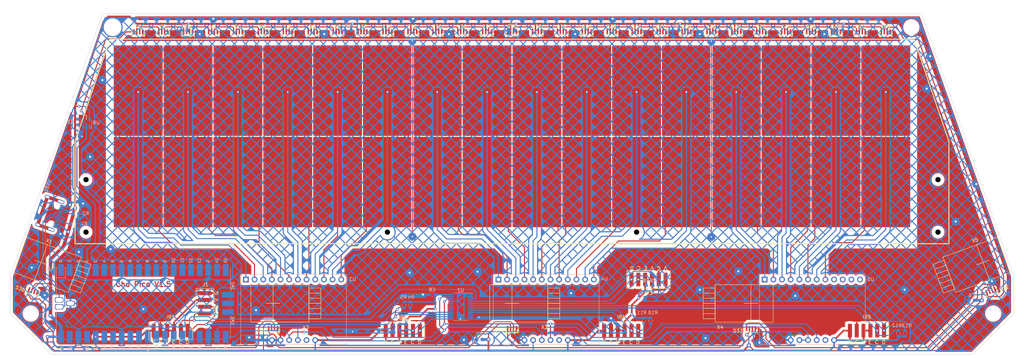
<source format=kicad_pcb>
(kicad_pcb (version 20211014) (generator pcbnew)
  (title_block (title "Chu Pico Main"))
  (layers (0 "F.Cu" signal) (31 "B.Cu" signal) (34 "B.Paste" user) (35 "F.Paste" user) (36 "B.SilkS" user "B.Silkscreen") (37 "F.SilkS" user "F.Silkscreen") (38 "B.Mask" user) (39 "F.Mask" user) (44 "Edge.Cuts" user))
  (net 0 "")
  (net 1 "GND")
  (net 2 "+5V")
  (net 3 "+3V3")
  (net 5 "Net-(U1-PadTP2)")
  (net 6 "Net-(U1-PadTP3)")
  (net 7 "unconnected-(USB1-Pad13)")
  (net 19 "/SCL")
  (net 20 "/SDA")
  (net 39 "Net-(K25-Pad1)")
  (net 40 "Net-(K26-Pad1)")
  (net 41 "Net-(K27-Pad1)")
  (net 42 "Net-(K28-Pad1)")
  (net 43 "Net-(K29-Pad1)")
  (net 44 "Net-(K30-Pad1)")
  (net 45 "Net-(K31-Pad1)")
  (net 46 "Net-(K32-Pad1)")
  (net 52 "Net-(K1-Pad1)")
  (net 53 "Net-(K2-Pad1)")
  (net 54 "Net-(K3-Pad1)")
  (net 55 "Net-(K4-Pad1)")
  (net 56 "Net-(K5-Pad1)")
  (net 57 "Net-(K6-Pad1)")
  (net 58 "Net-(K7-Pad1)")
  (net 59 "Net-(K8-Pad1)")
  (net 60 "Net-(K9-Pad1)")
  (net 61 "Net-(K10-Pad1)")
  (net 62 "Net-(K11-Pad1)")
  (net 63 "Net-(K12-Pad1)")
  (net 64 "Net-(K13-Pad1)")
  (net 65 "Net-(K14-Pad1)")
  (net 66 "Net-(K15-Pad1)")
  (net 67 "Net-(K16-Pad1)")
  (net 68 "Net-(K17-Pad1)")
  (net 69 "Net-(K18-Pad1)")
  (net 70 "Net-(K19-Pad1)")
  (net 71 "Net-(K20-Pad1)")
  (net 72 "Net-(K21-Pad1)")
  (net 73 "Net-(K22-Pad1)")
  (net 74 "Net-(K23-Pad1)")
  (net 75 "Net-(K24-Pad1)")
  (net 80 "Net-(D31-PadO)")
  (net 81 "Net-(D32-PadO)")
  (net 82 "Net-(D33-PadO)")
  (net 83 "Net-(D34-PadO)")
  (net 84 "Net-(D35-PadO)")
  (net 86 "Net-(D3-PadO)")
  (net 87 "Net-(D4-PadO)")
  (net 88 "Net-(D5-PadO)")
  (net 89 "Net-(D6-PadO)")
  (net 90 "Net-(D7-PadO)")
  (net 91 "Net-(D8-PadO)")
  (net 92 "Net-(D16-PadO)")
  (net 93 "Net-(D17-PadO)")
  (net 94 "Net-(D18-PadO)")
  (net 95 "Net-(D19-PadO)")
  (net 96 "Net-(D20-PadO)")
  (net 97 "Net-(D21-PadO)")
  (net 98 "Net-(D22-PadO)")
  (net 99 "Net-(D24-PadO)")
  (net 100 "Net-(D25-PadO)")
  (net 101 "Net-(D26-PadO)")
  (net 102 "Net-(D27-PadO)")
  (net 103 "Net-(D28-PadO)")
  (net 104 "Net-(D29-PadO)")
  (net 105 "Net-(D30-PadO)")
  (net 106 "Net-(D1-PadO)")
  (net 107 "Net-(D2-PadO)")
  (net 108 "Net-(D10-PadO)")
  (net 109 "Net-(D23-PadO)")
  (net 110 "Net-(D10-PadI)")
  (net 111 "Net-(D1-PadI)")
  (net 112 "Net-(D11-PadO)")
  (net 113 "Net-(D12-PadO)")
  (net 114 "Net-(D13-PadO)")
  (net 115 "Net-(D14-PadO)")
  (net 116 "Net-(D15-PadO)")
  (net 120 "/SCL_1")
  (net 121 "/SDA_1")
  (net 122 "/SCL_2")
  (net 123 "/SDA_2")
  (net 124 "/SCL_3")
  (net 125 "/SDA_3")
  (net 126 "/SCL_4")
  (net 127 "/SDA_4")
  (net 128 "/SCL_5")
  (net 129 "/SDA_5")
  (net 130 "Net-(U1-Pad25)")
  (net 134 "Net-(R1-Pad1)")
  (net 135 "Net-(R2-Pad1)")
  (net 136 "Net-(R3-Pad2)")
  (footprint "chu_main:WS2812B-4020" (layer "F.Cu") (at 309.096 63.074 180)
    (fp_text reference "D29")
    (fp_text value "WS2812B_Unified")
  )
  (footprint "chu_main:ChuKey" (layer "F.Cu") (at 323.696 106.074 180)
    (fp_text reference "K32" hide)
    (fp_text value "Conn_01x01_Female" hide)
  )
  (footprint "chu_main:WS2812B-4020" (layer "F.Cu") (at 192.296 63.074 180)
    (fp_text reference "D13")
    (fp_text value "WS2812B_Unified")
  )
  (footprint "chu_main:GP2Y0E03_REAL" (layer "F.Cu") (at 144.196 142.074 90)
    (fp_text reference "X2")
    (fp_text value "GP2Y0E03_REAL" hide)
  )
  (footprint "chu_main:WS2812B-4020" (layer "F.Cu") (at 144.196 150.074 180)
    (fp_text reference "D35")
    (fp_text value "WS2812B_Unified" hide)
  )
  (footprint "chu_main:WS2812B-4020" (layer "F.Cu") (at 257.996 63.074 180)
    (fp_text reference "D22")
    (fp_text value "WS2812B_Unified")
  )
  (footprint "chu_main:WS2812B-4020" (layer "F.Cu") (at 104.696 63.074 180)
    (fp_text reference "D1")
    (fp_text value "WS2812B_Unified")
  )
  (footprint "chu_main:ChuKey" (layer "F.Cu") (at 163.096 106.074 180)
    (fp_text reference "K10" hide)
    (fp_text value "Conn_01x01_Female" hide)
  )
  (footprint "chu_main:ChuKey" (layer "F.Cu") (at 119.296 80.074)
    (fp_text reference "K3" hide)
    (fp_text value "Conn_01x01_Female" hide)
  )
  (footprint "chu_main:WS2812B-4020" (layer "F.Cu") (at 279.896 63.074 180)
    (fp_text reference "D25")
    (fp_text value "WS2812B_Unified")
  )
  (footprint "chu_main:GP2Y0E03" (layer "F.Cu") (at 318.196 150.074)
    (fp_text reference "IR5")
    (fp_text value "Conn_01x06" hide)
  )
  (footprint "chu_main:WS2812B-4020" (layer "F.Cu") (at 287.196 63.074 180)
    (fp_text reference "D26")
    (fp_text value "WS2812B_Unified")
  )
  (footprint "chu_main:WS2812B-4020" (layer "F.Cu") (at 111.996 63.074 180)
    (fp_text reference "D2")
    (fp_text value "WS2812B_Unified")
  )
  (footprint "chu_main:WS2812B-4020" (layer "F.Cu") (at 199.596 63.074 180)
    (fp_text reference "D14")
    (fp_text value "WS2812B_Unified")
  )
  (footprint "chu_main:ChuKeyBiasLeft" (layer "F.Cu") (at 265.296 80.074)
    (fp_text reference "K23" hide)
    (fp_text value "Conn_01x01_Female" hide)
  )
  (footprint "chu_main:WS2812B-4020" (layer "F.Cu") (at 73.696 139.074 160)
    (fp_text reference "D36")
    (fp_text value "WS2812B_Unified" hide)
  )
  (footprint "chu_main:ChuKeyBiasRight" (layer "F.Cu") (at 192.296 80.074)
    (fp_text reference "K13" hide)
    (fp_text value "Conn_01x01_Female" hide)
  )
  (footprint "chu_main:WS2812B-4020" (layer "F.Cu") (at 272.596 63.074 180)
    (fp_text reference "D24")
    (fp_text value "WS2812B_Unified")
  )
  (footprint "chu_main:WS2812B-4020" (layer "F.Cu") (at 284.196 150.074 180)
    (fp_text reference "D33")
    (fp_text value "WS2812B_Unified" hide)
  )
  (footprint "chu_main:ChuKey" (layer "F.Cu") (at 104.696 80.074)
    (fp_text reference "K1" hide)
    (fp_text value "Conn_01x01_Female" hide)
  )
  (footprint "chu_main:ChuKey" (layer "F.Cu") (at 148.496 106.074 180)
    (fp_text reference "K8" hide)
    (fp_text value "Conn_01x01_Female" hide)
  )
  (footprint "chu_main:WS2812B-4020" (layer "F.Cu") (at 206.896 63.074 180)
    (fp_text reference "D15")
    (fp_text value "WS2812B_Unified")
  )
  (footprint "chu_main:GP2Y0E03" (layer "F.Cu") (at 114.196 150.074)
    (fp_text reference "IR1")
    (fp_text value "Conn_01x06" hide)
  )
  (footprint "chu_main:WS2812B-4020" (layer "F.Cu") (at 163.096 63.074 180)
    (fp_text reference "D9")
    (fp_text value "WS2812B_Unified")
  )
  (footprint "chu_main:ChuKey" (layer "F.Cu") (at 104.696 106.074 180)
    (fp_text reference "K2" hide)
    (fp_text value "Conn_01x01_Female" hide)
  )
  (footprint "chu_main:WS2812B-4020" (layer "F.Cu") (at 236.096 63.074 180)
    (fp_text reference "D19")
    (fp_text value "WS2812B_Unified")
  )
  (footprint "chu_main:WS2812B-4020" (layer "F.Cu") (at 126.596 63.074 180)
    (fp_text reference "D4")
    (fp_text value "WS2812B_Unified")
  )
  (footprint "chu_main:ChuKey" (layer "F.Cu") (at 163.096 80.074)
    (fp_text reference "K9" hide)
    (fp_text value "Conn_01x01_Female" hide)
  )
  (footprint "chu_main:WS2812B-4020" (layer "F.Cu") (at 148.496 63.074 180)
    (fp_text reference "D7")
    (fp_text value "WS2812B_Unified")
  )
  (footprint "chu_main:ChuKeyBiasRight" (layer "F.Cu") (at 279.896 80.074)
    (fp_text reference "K25" hide)
    (fp_text value "Conn_01x01_Female" hide)
  )
  (footprint "chu_main:WS2812B-4020" (layer "F.Cu") (at 228.796 63.074 180)
    (fp_text reference "D18")
    (fp_text value "WS2812B_Unified")
  )
  (footprint "chu_main:ChuKey" (layer "F.Cu") (at 309.096 106.074 180)
    (fp_text reference "K30" hide)
    (fp_text value "Conn_01x01_Female" hide)
  )
  (footprint "chu_main:ChuAcrylic" (layer "F.Cu") (at 214.196 94.574)
    (fp_text reference "U0" hide)
    (fp_text value "ChuAcrylic")
  )
  (footprint "chu_main:WS2812B-4020" (layer "F.Cu") (at 243.396 63.074 180)
    (fp_text reference "D20")
    (fp_text value "WS2812B_Unified")
  )
  (footprint "chu_main:WS2812B-4020" (layer "F.Cu") (at 214.196 150.074 180)
    (fp_text reference "D34")
    (fp_text value "WS2812B_Unified" hide)
  )
  (footprint "chu_main:ChuKey" (layer "F.Cu") (at 250.696 80.074)
    (fp_text reference "K21" hide)
    (fp_text value "Conn_01x01_Female" hide)
  )
  (footprint "chu_main:ChuKey" (layer "F.Cu") (at 119.296 106.074 180)
    (fp_text reference "K4" hide)
    (fp_text value "Conn_01x01_Female" hide)
  )
  (footprint "chu_main:ChuKey" (layer "F.Cu") (at 148.496 80.074)
    (fp_text reference "K7" hide)
    (fp_text value "Conn_01x01_Female" hide)
  )
  (footprint "chu_main:ChuKey" (layer "F.Cu") (at 206.896 106.074 180)
    (fp_text reference "K16" hide)
    (fp_text value "Conn_01x01_Female" hide)
  )
  (footprint "chu_main:PN532" (layer "F.Cu") (at 124.196 142.074 90)
    (fp_text reference "J1")
    (fp_text value "Conn_01x04" hide)
  )
  (footprint "chu_main:WS2812B-4020" (layer "F.Cu") (at 155.796 63.074 180)
    (fp_text reference "D8")
    (fp_text value "WS2812B_Unified")
  )
  (footprint "chu_main:GP2Y0E03_REAL" (layer "F.Cu") (at 352.196 130.074 -70)
    (fp_text reference "X5")
    (fp_text value "GP2Y0E03_REAL" hide)
  )
  (footprint "chu_main:WS2812B-4020" (layer "F.Cu") (at 301.796 63.074 180)
    (fp_text reference "D28")
    (fp_text value "WS2812B_Unified")
  )
  (footprint "chu_main:ChuKeyBiasRight" (layer "F.Cu") (at 265.296 106.074 180)
    (fp_text reference "K24" hide)
    (fp_text value "Conn_01x01_Female" hide)
  )
  (footprint "chu_main:ChuKey" (layer "F.Cu") (at 221.496 106.074 180)
    (fp_text reference "K18" hide)
    (fp_text value "Conn_01x01_Female" hide)
  )
  (footprint "chu_main:ChuKey" (layer "F.Cu") (at 133.896 106.074 180)
    (fp_text reference "K6" hide)
    (fp_text value "Conn_01x01_Female" hide)
  )
  (footprint "chu_main:WS2812B-4020" (layer "F.Cu") (at 214.196 63.074 180)
    (fp_text reference "D16")
    (fp_text value "WS2812B_Unified")
  )
  (footprint "chu_main:WS2812B-4020" (layer "F.Cu") (at 133.896 63.074 180)
    (fp_text reference "D5")
    (fp_text value "WS2812B_Unified")
  )
  (footprint "chu_main:WS2812B-4020" (layer "F.Cu") (at 184.996 63.074 180)
    (fp_text reference "D12")
    (fp_text value "WS2812B_Unified")
  )
  (footprint "chu_main:ChuKey" (layer "F.Cu") (at 206.896 80.074)
    (fp_text reference "K15" hide)
    (fp_text value "Conn_01x01_Female" hide)
  )
  (footprint "chu_main:MountingHole_3.2mm_M3" (layer "F.Cu") (at 355.196 145.074)
    (fp_text reference "SCR4" hide)
    (fp_text value "ScrewHole")
  )
  (footprint "chu_main:ChuKey" (layer "F.Cu") (at 236.096 106.074 180)
    (fp_text reference "K20" hide)
    (fp_text value "Conn_01x01_Female" hide)
  )
  (footprint "chu_main:WS2812B-4020" (layer "F.Cu") (at 170.396 63.074 180)
    (fp_text reference "D10")
    (fp_text value "WS2812B_Unified")
  )
  (footprint "chu_main:ChuKey" (layer "F.Cu") (at 250.696 106.074 180)
    (fp_text reference "K22" hide)
    (fp_text value "Conn_01x01_Female" hide)
  )
  (footprint "chu_main:WS2812B-4020" (layer "F.Cu") (at 323.696 63.074 180)
    (fp_text reference "D31")
    (fp_text value "WS2812B_Unified")
  )
  (footprint "chu_main:ChuKey" (layer "F.Cu") (at 133.896 80.074)
    (fp_text reference "K5" hide)
    (fp_text value "Conn_01x01_Female" hide)
  )
  (footprint "chu_main:WS2812B-4020" (layer "F.Cu") (at 250.696 63.074 180)
    (fp_text reference "D21")
    (fp_text value "WS2812B_Unified")
  )
  (footprint "chu_main:WS2812B-4020" (layer "F.Cu") (at 177.696 63.074 180)
    (fp_text reference "D11")
    (fp_text value "WS2812B_Unified")
  )
  (footprint "chu_main:GP2Y0E03" (layer "F.Cu") (at 246.196 150.074)
    (fp_text reference "IR4")
    (fp_text value "Conn_01x06" hide)
  )
  (footprint "chu_main:GP2Y0E03" (layer "F.Cu") (at 254.196 135.074 180)
    (fp_text reference "IR3")
    (fp_text value "Conn_01x06" hide)
  )
  (footprint "chu_main:MountingHole_3.2mm_M3" (layer "F.Cu") (at 73.196 145.074)
    (fp_text reference "SCR3" hide)
    (fp_text value "ScrewHole")
  )
  (footprint "chu_main:WS2812B-4020" (layer "F.Cu") (at 141.196 63.074 180)
    (fp_text reference "D6")
    (fp_text value "WS2812B_Unified")
  )
  (footprint "chu_main:ChuKeyBiasLeft" (layer "F.Cu") (at 279.896 106.074 180)
    (fp_text reference "K26" hide)
    (fp_text value "Conn_01x01_Female" hide)
  )
  (footprint "chu_main:ChuKey" (layer "F.Cu") (at 236.096 80.074)
    (fp_text reference "K19" hide)
    (fp_text value "Conn_01x01_Female" hide)
  )
  (footprint "chu_main:ChuKey" (layer "F.Cu") (at 294.496 106.074 180)
    (fp_text reference "K28" hide)
    (fp_text value "Conn_01x01_Female" hide)
  )
  (footprint "chu_main:ChuKey" (layer "F.Cu") (at 323.696 80.074)
    (fp_text reference "K31" hide)
    (fp_text value "Conn_01x01_Female" hide)
  )
  (footprint "chu_main:WS2812B-4020" (layer "F.Cu") (at 265.296 63.074 180)
    (fp_text reference "D23")
    (fp_text value "WS2812B_Unified")
  )
  (footprint "chu_main:ChuKeyBiasLeft" (layer "F.Cu") (at 192.296 106.074 180)
    (fp_text reference "K14" hide)
    (fp_text value "Conn_01x01_Female" hide)
  )
  (footprint "chu_main:GP2Y0E03_REAL" (layer "F.Cu") (at 76.196 130.074 70)
    (fp_text reference "X1")
    (fp_text value "GP2Y0E03_REAL" hide)
  )
  (footprint "chu_main:WS2812B-4020" (layer "F.Cu") (at 294.496 63.074 180)
    (fp_text reference "D27")
    (fp_text value "WS2812B_Unified")
  )
  (footprint "chu_main:GP2Y0E03" (layer "F.Cu") (at 182.196 150.074)
    (fp_text reference "IR2")
    (fp_text value "Conn_01x06" hide)
  )
  (footprint "chu_main:WS2812B-4020" (layer "F.Cu") (at 119.296 63.074 180)
    (fp_text reference "D3")
    (fp_text value "WS2812B_Unified")
  )
  (footprint "chu_main:ChuKeyBiasLeft" (layer "F.Cu") (at 177.696 80.074)
    (fp_text reference "K11" hide)
    (fp_text value "Conn_01x01_Female" hide)
  )
  (footprint "chu_main:ChuKey" (layer "F.Cu") (at 309.096 80.074)
    (fp_text reference "K29" hide)
    (fp_text value "Conn_01x01_Female" hide)
  )
  (footprint "chu_main:MountingHole_3.2mm_M3" (layer "F.Cu") (at 331.196 61.074)
    (fp_text reference "SCR2" hide)
    (fp_text value "ScrewHole")
  )
  (footprint "chu_main:GP2Y0E03_REAL" (layer "F.Cu") (at 284.196 142.074 -90)
    (fp_text reference "X4")
    (fp_text value "GP2Y0E03_REAL" hide)
  )
  (footprint "chu_main:ChuKeyBiasRight" (layer "F.Cu") (at 177.696 106.074 180)
    (fp_text reference "K12" hide)
    (fp_text value "Conn_01x01_Female" hide)
  )
  (footprint "chu_main:GP2Y0E03_REAL" (layer "F.Cu") (at 214.196 142.074 90)
    (fp_text reference "X3")
    (fp_text value "GP2Y0E03_REAL" hide)
  )
  (footprint "chu_main:WS2812B-4020" (layer "F.Cu") (at 221.496 63.074 180)
    (fp_text reference "D17")
    (fp_text value "WS2812B_Unified")
  )
  (footprint "chu_main:ChuKey" (layer "F.Cu") (at 294.496 80.074)
    (fp_text reference "K27" hide)
    (fp_text value "Conn_01x01_Female" hide)
  )
  (footprint "chu_main:MountingHole_3.2mm_M3" (layer "F.Cu") (at 97.196 61.074)
    (fp_text reference "SCR1" hide)
    (fp_text value "ScrewHole")
  )
  (footprint "chu_main:WS2812B-4020" (layer "F.Cu") (at 316.396 63.074 180)
    (fp_text reference "D30")
    (fp_text value "WS2812B_Unified")
  )
  (footprint "chu_main:WS2812B-4020" (layer "F.Cu") (at 354.696 139.074 -160)
    (fp_text reference "D32")
    (fp_text value "WS2812B_Unified" hide)
  )
  (footprint "chu_main:ChuKey" (layer "F.Cu") (at 221.496 80.074)
    (fp_text reference "K17" hide)
    (fp_text value "Conn_01x01_Female" hide)
  )
  (footprint "Capacitor_SMD:C_0603_1608Metric_Pad1.08x0.95mm_HandSolder" (layer "B.Cu") (at 190.8335 139.499 180)
    (fp_text reference "C8")
    (fp_text value "0.1uF")
  )
  (footprint "chu_main:MPR121_BOARD" (layer "B.Cu") (at 150.196 135.074)
    (fp_text reference "U3")
    (fp_text value "MPR121QR2_BOARD")
  )
  (footprint "chu_main:MPR121_BOARD" (layer "B.Cu") (at 224.196 135.074)
    (fp_text reference "U4")
    (fp_text value "MPR121QR2_BOARD")
  )
  (footprint "Resistor_SMD:R_0603_1608Metric" (layer "B.Cu") (at 254.796 147.174 90)
    (fp_text reference "R10")
    (fp_text value "4.7K" hide)
  )
  (footprint "Resistor_SMD:R_0603_1608Metric" (layer "B.Cu") (at 85.796 118.674)
    (fp_text reference "R1")
    (fp_text value "5K1")
  )
  (footprint "Package_SO:TSSOP-24_4.4x7.8mm_P0.65mm" (layer "B.Cu") (at 199.196 143.074 180)
    (fp_text reference "U2")
    (fp_text value "PCA9548APW")
  )
  (footprint "Type-C:HRO-TYPE-C-31-M-12-Assembly" (layer "B.Cu") (at 74.196 114.074 70.75)
    (fp_text reference "USB1")
    (fp_text value "U262-161N-4BVC11" hide)
  )
  (footprint "chu_main:MPR121_BOARD" (layer "B.Cu") (at 302.196 135.074)
    (fp_text reference "U5")
    (fp_text value "MPR121QR2_BOARD")
  )
  (footprint "Resistor_SMD:R_0603_1608Metric" (layer "B.Cu") (at 253.496 137.674 -90)
    (fp_text reference "R8")
    (fp_text value "4.7K")
  )
  (footprint "Resistor_SMD:R_0603_1608Metric" (layer "B.Cu") (at 181.396 148.974 90)
    (fp_text reference "R7")
    (fp_text value "4.7K" hide)
  )
  (footprint "Resistor_SMD:R_0603_1608Metric" (layer "B.Cu") (at 86.996 88.874 -90)
    (fp_text reference "R3")
    (fp_text value "10")
  )
  (footprint "Capacitor_SMD:C_0603_1608Metric_Pad1.08x0.95mm_HandSolder" (layer "B.Cu") (at 166.196 62.074 180)
    (fp_text reference "C2")
    (fp_text value "0.1uF")
  )
  (footprint "chu_main:RPi_Pico_SMD_Pins_Strip" (layer "B.Cu") (at 106.196 142.074 -90)
    (fp_text reference "U1")
    (fp_text value "Pico")
  )
  (footprint "Resistor_SMD:R_0603_1608Metric" (layer "B.Cu") (at 255.496 137.674 -90)
    (fp_text reference "R9")
    (fp_text value "4.7K" hide)
  )
  (footprint "Capacitor_SMD:C_0603_1608Metric_Pad1.08x0.95mm_HandSolder" (layer "B.Cu") (at 348.86475 141.174 180)
    (fp_text reference "C6")
    (fp_text value "0.1uF" hide)
  )
  (footprint "Capacitor_SMD:C_0603_1608Metric_Pad1.08x0.95mm_HandSolder" (layer "B.Cu") (at 262.196 62.074 180)
    (fp_text reference "C4")
    (fp_text value "0.1uF")
  )
  (footprint "Resistor_SMD:R_0603_1608Metric" (layer "B.Cu") (at 184.396 142.474 90)
    (fp_text reference "R4")
    (fp_text value "4.7K" hide)
  )
  (footprint "Capacitor_SMD:C_0603_1608Metric_Pad1.08x0.95mm_HandSolder" (layer "B.Cu") (at 214.196 62.074 180)
    (fp_text reference "C3")
    (fp_text value "0.1uF" hide)
  )
  (footprint "Resistor_SMD:R_0603_1608Metric" (layer "B.Cu") (at 86.396 115.774)
    (fp_text reference "R2")
    (fp_text value "5K1")
  )
  (footprint "Capacitor_SMD:C_0603_1608Metric_Pad1.08x0.95mm_HandSolder" (layer "B.Cu") (at 204.66475 152.674 180)
    (fp_text reference "C7")
    (fp_text value "0.1uF" hide)
  )
  (footprint "Resistor_SMD:R_0603_1608Metric" (layer "B.Cu") (at 327.396 150.874 -90)
    (fp_text reference "R12")
    (fp_text value "4.7K" hide)
  )
  (footprint "Resistor_SMD:R_0603_1608Metric" (layer "B.Cu") (at 252.796 147.174 90)
    (fp_text reference "R11")
    (fp_text value "4.7K" hide)
  )
  (footprint "Resistor_SMD:R_0603_1608Metric" (layer "B.Cu") (at 182.596 142.474 90)
    (fp_text reference "R5")
    (fp_text value "4.7K" hide)
  )
  (footprint "Capacitor_SMD:C_0603_1608Metric_Pad1.08x0.95mm_HandSolder" (layer "B.Cu") (at 118.196 62.074 180)
    (fp_text reference "C1")
    (fp_text value "0.1uF")
  )
  (footprint "Resistor_SMD:R_0603_1608Metric" (layer "B.Cu") (at 329.296 150.899 -90)
    (fp_text reference "R13")
    (fp_text value "4.7K" hide)
  )
  (footprint "chu_main:SOT-23-5_Jumper" (layer "B.Cu") (at 89.496 89.174 90)
    (fp_text reference "U8")
    (fp_text value "SN74LV1T34DBV")
  )
  (footprint "Capacitor_SMD:C_0603_1608Metric_Pad1.08x0.95mm_HandSolder" (layer "B.Cu") (at 310.196 62.074 180)
    (fp_text reference "C5")
    (fp_text value "0.1uF")
  )
  (footprint "Resistor_SMD:R_0603_1608Metric" (layer "B.Cu") (at 183.196 148.974 90)
    (fp_text reference "R6")
    (fp_text value "4.7K" hide)
  )
  (gr_line (start 349.196 157.074) (end 361.196 145.074) (layer "Edge.Cuts") (width 0.1))
  (gr_line (start 67.196 145.074) (end 67.196 134.074) (layer "Edge.Cuts") (width 0.1))
  (gr_line (start 361.196 145.074) (end 361.196 134.074) (layer "Edge.Cuts") (width 0.1))
  (gr_line (start 67.196 145.074) (end 79.196 157.074) (layer "Edge.Cuts") (width 0.1))
  (gr_line (start 79.196 157.074) (end 349.196 157.074) (layer "Edge.Cuts") (width 0.1))
  (gr_line (start 94.196 57.074) (end 334.196 57.074) (layer "Edge.Cuts") (width 0.1))
  (gr_line (start 334.196 57.074) (end 361.196 134.074) (layer "Edge.Cuts") (width 0.1))
  (gr_line (start 94.196 57.074) (end 67.196 134.074) (layer "Edge.Cuts") (width 0.1))
  (gr_text "Chu Pico V1.5" (at 106.196 136.474) (layer "F.Cu") (effects (font (size 1.5 1.5) (thickness 0.3))))
  (segment (start 145.471 149.424) (end 145.471 150.649) (width 0.3) (layer "F.Cu") (net 1))
  (segment (start 184.996 122.474) (end 184.996 65.074) (width 0.25) (layer "F.Cu") (net 1))
  (segment (start 75.116421 138.899275) (end 77.296 139.674) (width 0.3) (layer "F.Cu") (net 1))
  (segment (start 285.471 152.349) (end 285.471 149.424) (width 0.3) (layer "F.Cu") (net 1))
  (segment (start 272.596 122.574) (end 272.596 65.174) (width 0.25) (layer "F.Cu") (net 1))
  (segment (start 354.796 135.574) (end 355.671795 138.027124) (width 0.3) (layer "F.Cu") (net 1))
  (segment (start 217.846 152.854) (end 215.471 150.479) (width 0.3) (layer "F.Cu") (net 1))
  (segment (start 215.471 150.479) (end 215.471 149.424) (width 0.3) (layer "F.Cu") (net 1))
  (segment (start 146.386 151.564) (end 146.386 152.854) (width 0.3) (layer "F.Cu") (net 1))
  (segment (start 145.471 150.649) (end 146.386 151.564) (width 0.3) (layer "F.Cu") (net 1))
  (segment (start 286.696 153.574) (end 285.471 152.349) (width 0.3) (layer "F.Cu") (net 1))
  (via (at 200.096 152.774) (size 1.2) (drill 0.6) (layers "F.Cu" "B.Cu") (net 1))
  (via (at 243.196 146.474) (size 1.2) (drill 0.6) (layers "F.Cu" "B.Cu") (net 1))
  (via (at 125.896 149.274) (size 0.8) (drill 0.4) (layers "F.Cu" "B.Cu") (net 1))
  (via (at 305.696 63.074) (size 1.2) (drill 0.6) (layers "F.Cu" "B.Cu") (net 1))
  (via (at 269.196 63.074) (size 1.2) (drill 0.6) (layers "F.Cu" "B.Cu") (net 1))
  (via (at 84.696 113.174) (size 1.2) (drill 0.6) (layers "F.Cu" "B.Cu") (net 1))
  (via (at 329.196 138.074) (size 1.2) (drill 0.6) (layers "F.Cu" "B.Cu") (net 1))
  (via (at 243.696 58.574) (size 1.2) (drill 0.6) (layers "F.Cu" "B.Cu") (net 1))
  (via (at 184.996 122.474) (size 0.8) (drill 0.4) (layers "F.Cu" "B.Cu") (net 1))
  (via (at 94.196 76.574) (size 1.2) (drill 0.6) (layers "F.Cu" "B.Cu") (net 1))
  (via (at 126.696 58.574) (size 1.2) (drill 0.6) (layers "F.Cu" "B.Cu") (net 1))
  (via (at 184.996 65.074) (size 0.8) (drill 0.4) (layers "F.Cu" "B.Cu") (net 1))
  (via (at 185.196 58.574) (size 1.2) (drill 0.6) (layers "F.Cu" "B.Cu") (net 1))
  (via (at 188.096 139.499) (size 1.2) (drill 0.6) (layers "F.Cu" "B.Cu") (net 1))
  (via (at 90.596 99.074) (size 1.2) (drill 0.6) (layers "F.Cu" "B.Cu") (net 1))
  (via (at 297.196 139.874) (size 1.2) (drill 0.6) (layers "F.Cu" "B.Cu") (net 1))
  (via (at 204.096 132.774) (size 1.2) (drill 0.6) (layers "F.Cu" "B.Cu") (net 1))
  (via (at 269.196 138.074) (size 1.2) (drill 0.6) (layers "F.Cu" "B.Cu") (net 1))
  (via (at 199.096 146.649) (size 0.8) (drill 0.4) (layers "F.Cu" "B.Cu") (net 1))
  (via (at 159.196 63.064) (size 1.2) (drill 0.6) (layers "F.Cu" "B.Cu") (net 1))
  (via (at 195.696 63.074) (size 1.2) (drill 0.6) (layers "F.Cu" "B.Cu") (net 1))
  (via (at 184.196 133.074) (size 1.2) (drill 0.6) (layers "F.Cu" "B.Cu") (net 1))
  (via (at 73.496 131.574) (size 1.2) (drill 0.6) (layers "F.Cu" "B.Cu") (net 1))
  (via (at 301.696 58.574) (size 1.2) (drill 0.6) (layers "F.Cu" "B.Cu") (net 1))
  (via (at 77.296 139.674) (size 1.2) (drill 0.6) (layers "F.Cu" "B.Cu") (net 1))
  (via (at 350.196 107.074) (size 1.2) (drill 0.6) (layers "F.Cu" "B.Cu") (net 1))
  (via (at 231.496 139.074) (size 1.2) (drill 0.6) (layers "F.Cu" "B.Cu") (net 1))
  (via (at 88.196 93.074) (size 0.8) (drill 0.4) (layers "F.Cu" "B.Cu") (net 1))
  (via (at 167.496 150.374) (size 0.8) (drill 0.4) (layers "F.Cu" "B.Cu") (net 1))
  (via (at 286.696 153.574) (size 1.2) (drill 0.6) (layers "F.Cu" "B.Cu") (net 1))
  (via (at 232.696 63.064) (size 1.2) (drill 0.6) (layers "F.Cu" "B.Cu") (net 1))
  (via (at 335.696 79.074) (size 1.2) (drill 0.6) (layers "F.Cu" "B.Cu") (net 1))
  (via (at 88.496 112.774) (size 1.2) (drill 0.6) (layers "F.Cu" "B.Cu") (net 1))
  (via (at 96.596 126.174) (size 1.2) (drill 0.6) (layers "F.Cu" "B.Cu") (net 1))
  (via (at 106.196 143.774) (size 1.2) (drill 0.6) (layers "F.Cu" "B.Cu") (net 1))
  (via (at 87.296 126.974) (size 1.2) (drill 0.6) (layers "F.Cu" "B.Cu") (net 1))
  (via (at 204.496 146.174) (size 0.8) (drill 0.4) (layers "F.Cu" "B.Cu") (net 1))
  (via (at 139.196 144.074) (size 1.2) (drill 0.6) (layers "F.Cu" "B.Cu") (net 1))
  (via (at 272.596 65.174) (size 0.8) (drill 0.4) (layers "F.Cu" "B.Cu") (net 1))
  (via (at 272.596 122.574) (size 0.8) (drill 0.4) (layers "F.Cu" "B.Cu") (net 1))
  (via (at 81.896 121.674) (size 1.2) (drill 0.6) (layers "F.Cu" "B.Cu") (net 1))
  (via (at 137.196 152.074) (size 1.2) (drill 0.6) (layers "F.Cu" "B.Cu") (net 1))
  (via (at 354.796 135.574) (size 1.2) (drill 0.6) (layers "F.Cu" "B.Cu") (net 1))
  (via (at 336.696 69.574) (size 1.2) (drill 0.6) (layers "F.Cu" "B.Cu") (net 1))
  (via (at 270.896 152.274) (size 1.2) (drill 0.6) (layers "F.Cu" "B.Cu") (net 1))
  (via (at 344.196 118.074) (size 1.2) (drill 0.6) (layers "F.Cu" "B.Cu") (net 1))
  (via (at 280.496 132.674) (size 1.2) (drill 0.6) (layers "F.Cu" "B.Cu") (net 1))
  (via (at 122.696 63.074) (size 1.2) (drill 0.6) (layers "F.Cu" "B.Cu") (net 1))
  (segment (start 125.246 151.874) (end 125.246 149.924) (width 0.6) (layer "B.Cu") (net 1))
  (segment (start 88.546 90.3115) (end 88.546 91.724) (width 0.3) (layer "B.Cu") (net 1))
  (segment (start 81.596 120.074) (end 81.896 121.674) (width 0.5) (layer "B.Cu") (net 1))
  (segment (start 125.246 149.924) (end 125.896 149.274) (width 0.6) (layer "B.Cu") (net 1))
  (segment (start 80.397513 119.655657) (end 81.596 120.074) (width 0.5) (layer "B.Cu") (net 1))
  (segment (start 84.696 113.174) (end 83.696 113.974) (width 0.5) (layer "B.Cu") (net 1))
  (segment (start 88.546 91.724) (end 88.196 92.074) (width 0.3) (layer "B.Cu") (net 1))
  (segment (start 196.3335 141.449) (end 198.521 141.449) (width 0.3) (layer "B.Cu") (net 1))
  (segment (start 202.0585 140.149) (end 202.0585 139.499) (width 0.3) (layer "B.Cu") (net 1))
  (segment (start 204.021 146.649) (end 202.0585 146.649) (width 0.3) (layer "B.Cu") (net 1))
  (segment (start 202.0585 146.649) (end 199.096 146.649) (width 0.3) (layer "B.Cu") (net 1))
  (segment (start 204.496 146.174) (end 204.021 146.649) (width 0.3) (layer "B.Cu") (net 1))
  (segment (start 189.971 139.499) (end 188.096 139.499) (width 0.8) (layer "B.Cu") (net 1))
  (segment (start 88.196 92.074) (end 88.196 93.074) (width 0.3) (layer "B.Cu") (net 1))
  (segment (start 137.976 152.854) (end 137.196 152.074) (width 0.8) (layer "B.Cu") (net 1))
  (segment (start 199.821 140.149) (end 202.0585 140.149) (width 0.3) (layer "B.Cu") (net 1))
  (segment (start 146.386 152.854) (end 137.976 152.854) (width 0.8) (layer "B.Cu") (net 1))
  (segment (start 198.521 141.449) (end 199.821 140.149) (width 0.3) (layer "B.Cu") (net 1))
  (segment (start 83.696 113.974) (end 82.524017 113.566282) (width 0.5) (layer "B.Cu") (net 1))
  (segment (start 352.696 137.374) (end 353.196 137.374) (width 0.3) (layer "F.Cu") (net 2))
  (segment (start 102.171 57.974) (end 95.896 57.974) (width 0.6) (layer "F.Cu") (net 2))
  (segment (start 286.771 62.424) (end 286.771 60.074) (width 0.4) (layer "F.Cu") (net 2))
  (segment (start 294.071 62.424) (end 294.071 60.074) (width 0.4) (layer "F.Cu") (net 2))
  (segment (start 73.996 136.974) (end 73.518944 138.317841) (width 0.3) (layer "F.Cu") (net 2))
  (segment (start 119.446 60.074) (end 315.996 60.074) (width 0.6) (layer "F.Cu") (net 2))
  (segment (start 281.996 155.974) (end 214.196 155.974) (width 0.5) (layer "F.Cu") (net 2))
  (segment (start 155.371 62.424) (end 155.371 60.074) (width 0.4) (layer "F.Cu") (net 2))
  (segment (start 283.596 154.374) (end 281.996 155.974) (width 0.5) (layer "F.Cu") (net 2))
  (segment (start 279.471 62.424) (end 279.471 60.074) (width 0.4) (layer "F.Cu") (net 2))
  (segment (start 126.171 62.424) (end 126.171 60.074) (width 0.4) (layer "F.Cu") (net 2))
  (segment (start 336.996 155.974) (end 351.796 141.174) (width 0.3) (layer "F.Cu") (net 2))
  (segment (start 283.771 150.499) (end 283.771 149.424) (width 0.3) (layer "F.Cu") (net 2))
  (segment (start 221.071 62.424) (end 221.071 60.074) (width 0.4) (layer "F.Cu") (net 2))
  (segment (start 78.096 151.874) (end 78.096 154.074) (width 0.5) (layer "F.Cu") (net 2))
  (segment (start 207.296 152.674) (end 207.296 155.974) (width 0.5) (layer "F.Cu") (net 2))
  (segment (start 169.971 62.424) (end 169.971 60.074) (width 0.4) (layer "F.Cu") (net 2))
  (segment (start 315.971 62.424) (end 315.971 60.074) (width 0.4) (layer "F.Cu") (net 2))
  (segment (start 86.196 114.074) (end 84.196 121.074) (width 1) (layer "F.Cu") (net 2))
  (segment (start 177.271 62.424) (end 177.271 60.074) (width 0.4) (layer "F.Cu") (net 2))
  (segment (start 206.471 62.424) (end 206.471 60.074) (width 0.4) (layer "F.Cu") (net 2))
  (segment (start 210.296 148.074) (end 207.296 151.074) (width 0.3) (layer "F.Cu") (net 2))
  (segment (start 148.071 62.424) (end 148.071 60.074) (width 0.4) (layer "F.Cu") (net 2))
  (segment (start 143.771 148.449) (end 143.771 149.424) (width 0.3) (layer "F.Cu") (net 2))
  (segment (start 285.196 155.974) (end 336.996 155.974) (width 0.3) (layer "F.Cu") (net 2))
  (segment (start 301.371 62.424) (end 301.371 60.074) (width 0.4) (layer "F.Cu") (net 2))
  (segment (start 323.271 62.424) (end 323.271 61.149) (width 0.4) (layer "F.Cu") (net 2))
  (segment (start 272.171 62.424) (end 272.171 60.074) (width 0.4) (layer "F.Cu") (net 2))
  (segment (start 162.671 62.424) (end 162.671 60.074) (width 0.4) (layer "F.Cu") (net 2))
  (segment (start 79.996 155.974) (end 141.396 155.974) (width 0.5) (layer "F.Cu") (net 2))
  (segment (start 353.196 137.374) (end 353.696 137.574) (width 0.3) (layer "F.Cu") (net 2))
  (segment (start 184.571 62.424) (end 184.571 60.074) (width 0.4) (layer "F.Cu") (net 2))
  (segment (start 257.571 62.424) (end 257.571 60.074) (width 0.4) (layer "F.Cu") (net 2))
  (segment (start 133.471 62.424) (end 133.471 60.074) (width 0.4) (layer "F.Cu") (net 2))
  (segment (start 191.871 62.424) (end 191.871 60.074) (width 0.4) (layer "F.Cu") (net 2))
  (segment (start 213.396 148.074) (end 210.296 148.074) (width 0.3) (layer "F.Cu") (net 2))
  (segment (start 351.86475 141.174) (end 351.86475 138.20525) (width 0.3) (layer "F.Cu") (net 2))
  (segment (start 283.596 154.374) (end 285.196 155.974) (width 0.3) (layer "F.Cu") (net 2))
  (segment (start 353.696 137.574) (end 354.074318 138.608558) (width 0.3) (layer "F.Cu") (net 2))
  (segment (start 86.196 84.274) (end 86.196 114.074) (width 0.6) (layer "F.Cu") (net 2))
  (segment (start 142.196 148.074) (end 143.396 148.074) (width 0.3) (layer "F.Cu") (net 2))
  (segment (start 104.271 60.074) (end 119.446 60.074) (width 0.6) (layer "F.Cu") (net 2))
  (segment (start 207.396 155.974) (end 214.196 155.974) (width 0.5) (layer "F.Cu") (net 2))
  (segment (start 308.671 62.424) (end 308.671 60.074) (width 0.4) (layer "F.Cu") (net 2))
  (segment (start 87.296 84.274) (end 86.196 84.274) (width 0.3) (layer "F.Cu") (net 2))
  (segment (start 213.771 62.424) (end 213.771 60.074) (width 0.4) (layer "F.Cu") (net 2))
  (segment (start 94.596 59.374) (end 86.196 84.274) (width 0.6) (layer "F.Cu") (net 2))
  (segment (start 111.571 62.424) (end 111.571 60.074) (width 0.4) (layer "F.Cu") (net 2))
  (segment (start 282.996 151.274) (end 283.771 150.499) (width 0.3) (layer "F.Cu") (net 2))
  (segment (start 315.996 60.074) (end 322.196 60.074) (width 0.4) (layer "F.Cu") (net 2))
  (segment (start 74.696 136.274) (end 73.996 136.974) (width 0.3) (layer "F.Cu") (net 2))
  (segment (start 235.671 62.424) (end 235.671 60.074) (width 0.4) (layer "F.Cu") (net 2))
  (segment (start 141.396 148.874) (end 142.196 148.074) (width 0.3) (layer "F.Cu") (net 2))
  (segment (start 213.771 149.424) (end 213.771 148.449) (width 0.3) (layer "F.Cu") (net 2))
  (segment (start 78.096 154.074) (end 79.996 155.974) (width 0.5) (layer "F.Cu") (net 2))
  (segment (start 78.996 136.274) (end 74.696 136.274) (width 0.3) (layer "F.Cu") (net 2))
  (segment (start 228.371 62.424) (end 228.371 60.074) (width 0.4) (layer "F.Cu") (net 2))
  (segment (start 95.896 57.974) (end 94.596 59.374) (width 0.6) (layer "F.Cu") (net 2))
  (segment (start 264.871 62.424) (end 264.871 60.074) (width 0.4) (layer "F.Cu") (net 2))
  (segment (start 143.396 148.074) (end 143.771 148.449) (width 0.3) (layer "F.Cu") (net 2))
  (segment (start 199.171 62.424) (end 199.171 60.074) (width 0.4) (layer "F.Cu") (net 2))
  (segment (start 78.996 129.174) (end 82.796 125.374) (width 1) (layer "F.Cu") (net 2))
  (segment (start 207.296 151.074) (end 207.296 152.674) (width 0.3) (layer "F.Cu") (net 2))
  (segment (start 140.771 62.424) (end 140.771 60.074) (width 0.4) (layer "F.Cu") (net 2))
  (segment (start 213.771 148.449) (end 213.396 148.074) (width 0.3) (layer "F.Cu") (net 2))
  (segment (start 78.996 145.674) (end 78.996 136.274) (width 1) (layer "F.Cu") (net 2))
  (segment (start 141.396 155.974) (end 207.396 155.974) (width 0.5) (layer "F.Cu") (net 2))
  (segment (start 118.871 62.424) (end 118.871 60.074) (width 0.4) (layer "F.Cu") (net 2))
  (segment (start 141.396 155.974) (end 141.396 148.874) (width 0.3) (layer "F.Cu") (net 2))
  (segment (start 250.271 62.424) (end 250.271 60.074) (width 0.4) (layer "F.Cu") (net 2))
  (segment (start 82.796 125.374) (end 84.196 121.074) (width 1) (layer "F.Cu") (net 2))
  (segment (start 242.971 62.424) (end 242.971 60.074) (width 0.4) (layer "F.Cu") (net 2))
  (segment (start 78.996 136.274) (end 78.996 129.174) (width 1) (layer "F.Cu") (net 2))
  (segment (start 104.271 60.074) (end 104.271 62.424) (width 0.4) (layer "F.Cu") (net 2))
  (segment (start 104.271 60.074) (end 102.171 57.974) (width 0.6) (layer "F.Cu") (net 2))
  (segment (start 322.196 60.074) (end 323.271 61.149) (width 0.4) (layer "F.Cu") (net 2))
  (segment (start 351.86475 138.20525) (end 352.696 137.374) (width 0.3) (layer "F.Cu") (net 2))
  (via (at 311.446 60.074) (size 0.8) (drill 0.4) (layers "F.Cu" "B.Cu") (net 2))
  (via (at 263.446 60.074) (size 0.8) (drill 0.4) (layers "F.Cu" "B.Cu") (net 2))
  (via (at 351.86475 141.174) (size 1.2) (drill 0.6) (layers "F.Cu" "B.Cu") (net 2))
  (via (at 215.446 60.074) (size 0.8) (drill 0.4) (layers "F.Cu" "B.Cu") (net 2))
  (via (at 78.996 145.674) (size 1.2) (drill 0.6) (layers "F.Cu" "B.Cu") (net 2))
  (via (at 86.196 114.074) (size 1) (drill 0.5) (layers "F.Cu" "B.Cu") (net 2))
  (via (at 167.446 60.074) (size 0.8) (drill 0.4) (layers "F.Cu" "B.Cu") (net 2))
  (via (at 282.996 151.274) (size 1) (drill 0.5) (layers "F.Cu" "B.Cu") (net 2))
  (via (at 283.596 154.374) (size 1.2) (drill 0.6) (layers "F.Cu" "B.Cu") (net 2))
  (via (at 207.296 152.674) (size 1.2) (drill 0.6) (layers "F.Cu" "B.Cu") (net 2))
  (via (at 119.446 60.074) (size 0.8) (drill 0.4) (layers "F.Cu" "B.Cu") (net 2))
  (via (at 87.296 84.274) (size 0.8) (drill 0.4) (layers "F.Cu" "B.Cu") (net 2))
  (via (at 78.096 151.874) (size 1) (drill 0.5) (layers "F.Cu" "B.Cu") (net 2))
  (via (at 84.196 121.074) (size 1) (drill 0.5) (layers "F.Cu" "B.Cu") (net 2))
  (segment (start 311.0585 62.074) (end 311.0585 60.4615) (width 0.6) (layer "B.Cu") (net 2))
  (segment (start 78.996 145.674) (end 82.066 148.744) (width 1) (layer "B.Cu") (net 2))
  (segment (start 82.066 151.874) (end 78.096 151.874) (width 0.7) (layer "B.Cu") (net 2))
  (segment (start 207.296 152.674) (end 205.52725 152.674) (width 0.8) (layer "B.Cu") (net 2))
  (segment (start 90.446 85.724) (end 88.996 84.274) (width 0.3) (layer "B.Cu") (net 2))
  (segment (start 86.196 114.074) (end 84.296 115.074) (width 0.5) (layer "B.Cu") (net 2))
  (segment (start 263.0585 60.4615) (end 263.446 60.074) (width 0.6) (layer "B.Cu") (net 2))
  (segment (start 215.0585 62.074) (end 215.0585 60.4615) (width 0.6) (layer "B.Cu") (net 2))
  (segment (start 283.596 154.374) (end 283.596 151.874) (width 0.3) (layer "B.Cu") (net 2))
  (segment (start 263.0585 62.074) (end 263.0585 60.4615) (width 0.6) (layer "B.Cu") (net 2))
  (segment (start 167.0585 60.4615) (end 167.446 60.074) (width 0.6) (layer "B.Cu") (net 2))
  (segment (start 167.0585 62.074) (end 167.0585 60.4615) (width 0.6) (layer "B.Cu") (net 2))
  (segment (start 90.446 88.0365) (end 90.446 85.724) (width 0.3) (layer "B.Cu") (net 2))
  (segment (start 311.0585 60.4615) (end 311.446 60.074) (width 0.6) (layer "B.Cu") (net 2))
  (segment (start 119.0585 62.074) (end 119.0585 60.4615) (width 0.6) (layer "B.Cu") (net 2))
  (segment (start 215.0585 60.4615) (end 215.446 60.074) (width 0.6) (layer "B.Cu") (net 2))
  (segment (start 82.196 119.474) (end 80.653023 118.923988) (width 0.5) (layer "B.Cu") (net 2))
  (segment (start 283.596 151.874) (end 282.996 151.274) (width 0.3) (layer "B.Cu") (net 2))
  (segment (start 84.196 121.074) (end 82.196 119.474) (width 0.5) (layer "B.Cu") (net 2))
  (segment (start 84.296 115.074) (end 82.268507 114.297951) (width 0.5) (layer "B.Cu") (net 2))
  (segment (start 119.0585 60.4615) (end 119.446 60.074) (width 0.6) (layer "B.Cu") (net 2))
  (segment (start 82.066 148.744) (end 82.066 151.874) (width 1) (layer "B.Cu") (net 2))
  (segment (start 88.996 84.274) (end 87.296 84.274) (width 0.3) (layer "B.Cu") (net 2))
  (segment (start 349.72725 141.174) (end 351.86475 141.174) (width 0.8) (layer "B.Cu") (net 2))
  (segment (start 313.196 152.574) (end 313.696 153.074) (width 0.5) (layer "F.Cu") (net 3))
  (segment (start 241.696 153.074) (end 244.796 153.074) (width 0.5) (layer "F.Cu") (net 3))
  (segment (start 189.496 143.674) (end 191.696 143.674) (width 0.5) (layer "F.Cu") (net 3))
  (segment (start 313.696 153.074) (end 316.796 153.074) (width 0.5) (layer "F.Cu") (net 3))
  (segment (start 241.196 152.574) (end 241.696 153.074) (width 0.5) (layer "F.Cu") (net 3))
  (segment (start 175.596 150.074) (end 172.816 152.854) (width 0.5) (layer "F.Cu") (net 3))
  (segment (start 236.716 152.854) (end 239.496 150.074) (width 0.5) (layer "F.Cu") (net 3))
  (segment (start 184.246 145.924) (end 187.246 145.924) (width 0.5) (layer "F.Cu") (net 3))
  (segment (start 317.196 152.674) (end 317.196 150.074) (width 0.5) (layer "F.Cu") (net 3))
  (segment (start 115.196 147.574) (end 121.696 141.074) (width 0.5) (layer "F.Cu") (net 3))
  (segment (start 92.226 151.874) (end 105.396 151.874) (width 0.5) (layer "F.Cu") (net 3))
  (segment (start 255.296 135.074) (end 255.296 137.574) (width 0.5) (layer "F.Cu") (net 3))
  (segment (start 109.196 152.574) (end 109.696 153.074) (width 0.5) (layer "F.Cu") (net 3))
  (segment (start 317.196 150.074) (end 319.196 150.074) (width 0.5) (layer "F.Cu") (net 3))
  (segment (start 308.546 152.854) (end 311.326 150.074) (width 0.5) (layer "F.Cu") (net 3))
  (segment (start 239.496 150.074) (end 241.196 150.074) (width 0.5) (layer "F.Cu") (net 3))
  (segment (start 115.196 150.074) (end 115.196 147.574) (width 0.5) (layer "F.Cu") (net 3))
  (segment (start 183.196 146.974) (end 184.246 145.924) (width 0.5) (layer "F.Cu") (net 3))
  (segment (start 251.346 140.524) (end 253.196 138.674) (width 0.5) (layer "F.Cu") (net 3))
  (segment (start 258.896 138.074) (end 259.296 137.674) (width 0.5) (layer "F.Cu") (net 3))
  (segment (start 259.296 137.674) (end 259.296 135.074) (width 0.5) (layer "F.Cu") (net 3))
  (segment (start 180.796 153.074) (end 181.196 152.674) (width 0.5) (layer "F.Cu") (net 3))
  (segment (start 109.196 150.074) (end 109.196 152.574) (width 0.5) (layer "F.Cu") (net 3))
  (segment (start 181.196 150.074) (end 183.196 150.074) (width 0.5) (layer "F.Cu") (net 3))
  (segment (start 172.816 152.854) (end 156.546 152.854) (width 0.5) (layer "F.Cu") (net 3))
  (segment (start 316.796 153.074) (end 317.196 152.674) (width 0.5) (layer "F.Cu") (net 3))
  (segment (start 245.196 152.674) (end 245.196 150.074) (width 0.5) (layer "F.Cu") (net 3))
  (segment (start 255.796 138.074) (end 258.896 138.074) (width 0.5) (layer "F.Cu") (net 3))
  (segment (start 247.196 150.074) (end 247.196 147.374) (width 0.5) (layer "F.Cu") (net 3))
  (segment (start 177.696 153.074) (end 180.796 153.074) (width 0.5) (layer "F.Cu") (net 3))
  (segment (start 255.296 137.574) (end 255.796 138.074) (width 0.5) (layer "F.Cu") (net 3))
  (segment (start 249.296 142.574) (end 251.346 140.524) (width 0.5) (layer "F.Cu") (net 3))
  (segment (start 249.296 145.274) (end 249.296 142.574) (width 0.5) (layer "F.Cu") (net 3))
  (segment (start 177.196 150.074) (end 177.196 152.574) (width 0.5) (layer "F.Cu") (net 3))
  (segment (start 113.196 152.674) (end 113.196 150.074) (width 0.5) (layer "F.Cu") (net 3))
  (segment (start 313.196 150.074) (end 313.196 152.574) (width 0.5) (layer "F.Cu") (net 3))
  (segment (start 177.196 150.074) (end 175.596 150.074) (width 0.5) (layer "F.Cu") (net 3))
  (segment (start 247.196 147.374) (end 249.296 145.274) (width 0.5) (layer "F.Cu") (net 3))
  (segment (start 183.196 150.074) (end 183.196 146.974) (width 0.5) (layer "F.Cu") (net 3))
  (segment (start 105.396 151.874) (end 107.196 150.074) (width 0.5) (layer "F.Cu") (net 3))
  (segment (start 187.246 145.924) (end 189.496 143.674) (width 0.5) (layer "F.Cu") (net 3))
  (segment (start 230.546 152.854) (end 236.716 152.854) (width 0.5) (layer "F.Cu") (net 3))
  (segment (start 311.326 150.074) (end 313.196 150.074) (width 0.5) (layer "F.Cu") (net 3))
  (segment (start 181.196 152.674) (end 181.196 150.074) (width 0.5) (layer "F.Cu") (net 3))
  (segment (start 177.196 152.574) (end 177.696 153.074) (width 0.5) (layer "F.Cu") (net 3))
  (segment (start 255.196 135.074) (end 253.196 135.074) (width 0.5) (layer "F.Cu") (net 3))
  (segment (start 109.696 153.074) (end 112.796 153.074) (width 0.5) (layer "F.Cu") (net 3))
  (segment (start 253.196 138.674) (end 253.196 135.074) (width 0.5) (layer "F.Cu") (net 3))
  (segment (start 121.696 141.074) (end 124.196 141.074) (width 0.5) (layer "F.Cu") (net 3))
  (segment (start 112.796 153.074) (end 113.196 152.674) (width 0.5) (layer "F.Cu") (net 3))
  (segment (start 244.796 153.074) (end 245.196 152.674) (width 0.5) (layer "F.Cu") (net 3))
  (segment (start 245.196 150.074) (end 247.196 150.074) (width 0.5) (layer "F.Cu") (net 3))
  (segment (start 241.196 150.074) (end 241.196 152.574) (width 0.5) (layer "F.Cu") (net 3))
  (segment (start 113.196 150.074) (end 115.196 150.074) (width 0.5) (layer "F.Cu") (net 3))
  (segment (start 107.196 150.074) (end 109.196 150.074) (width 0.5) (layer "F.Cu") (net 3))
  (via (at 92.226 151.874) (size 0.8) (drill 0.4) (layers "F.Cu" "B.Cu") (net 3))
  (via (at 191.696 143.674) (size 0.8) (drill 0.4) (layers "F.Cu" "B.Cu") (net 3))
  (via (at 183.196 146.974) (size 0.8) (drill 0.4) (layers "F.Cu" "B.Cu") (net 3))
  (via (at 251.346 140.524) (size 0.8) (drill 0.4) (layers "F.Cu" "B.Cu") (net 3))
  (via (at 249.296 145.274) (size 0.8) (drill 0.4) (layers "F.Cu" "B.Cu") (net 3))
  (segment (start 183.196 148.149) (end 181.396 148.149) (width 0.5) (layer "B.Cu") (net 3))
  (segment (start 307.396 155.874) (end 308.546 154.724) (width 0.5) (layer "B.Cu") (net 3))
  (segment (start 191.696 139.499) (end 196.3335 139.499) (width 0.4) (layer "B.Cu") (net 3))
  (segment (start 92.226 154.404) (end 93.696 155.874) (width 0.5) (layer "B.Cu") (net 3))
  (segment (start 308.566 152.874) (end 326.896 152.874) (width 0.5) (layer "B.Cu") (net 3))
  (segment (start 329.271 151.699) (end 329.296 151.724) (width 0.5) (layer "B.Cu") (net 3))
  (segment (start 92.226 151.874) (end 92.226 154.404) (width 0.5) (layer "B.Cu") (net 3))
  (segment (start 251.346 139.524) (end 252.371 138.499) (width 0.5) (layer "B.Cu") (net 3))
  (segment (start 220.386 152.854) (end 220.386 155.874) (width 0.3) (layer "B.Cu") (net 3))
  (segment (start 251.346 140.524) (end 251.346 139.524) (width 0.5) (layer "B.Cu") (net 3))
  (segment (start 327.396 151.699) (end 329.271 151.699) (width 0.5) (layer "B.Cu") (net 3))
  (segment (start 308.546 154.724) (end 308.546 152.854) (width 0.5) (layer "B.Cu") (net 3))
  (segment (start 252.371 138.499) (end 255.496 138.499) (width 0.5) (layer "B.Cu") (net 3))
  (segment (start 327.396 152.374) (end 327.396 151.699) (width 0.5) (layer "B.Cu") (net 3))
  (segment (start 191.696 141.649) (end 182.596 141.649) (width 0.4) (layer "B.Cu") (net 3))
  (segment (start 230.546 152.854) (end 230.546 155.874) (width 0.5) (layer "B.Cu") (net 3))
  (segment (start 249.296 145.274) (end 250.371 146.349) (width 0.5) (layer "B.Cu") (net 3))
  (segment (start 326.896 152.874) (end 327.396 152.374) (width 0.5) (layer "B.Cu") (net 3))
  (segment (start 156.546 152.854) (end 156.546 155.874) (width 0.4) (layer "B.Cu") (net 3))
  (segment (start 191.696 143.674) (end 191.696 139.499) (width 0.4) (layer "B.Cu") (net 3))
  (segment (start 250.371 146.349) (end 254.796 146.349) (width 0.5) (layer "B.Cu") (net 3))
  (segment (start 93.696 155.874) (end 307.396 155.874) (width 0.5) (layer "B.Cu") (net 3))
  (segment (start 183.196 146.974) (end 183.196 148.149) (width 0.5) (layer "B.Cu") (net 3))
  (segment (start 308.546 152.854) (end 308.566 152.874) (width 0.5) (layer "B.Cu") (net 3))
  (segment (start 79.596 116.774) (end 81.213497 117.319036) (width 0.3) (layer "B.Cu") (net 5))
  (segment (start 81.546 143.074) (end 82.896 143.074) (width 0.3) (layer "B.Cu") (net 5))
  (segment (start 82.896 143.074) (end 83.171797 142.798203) (width 0.3) (layer "B.Cu") (net 5))
  (segment (start 83.171797 138.849797) (end 77.496 133.174) (width 0.3) (layer "B.Cu") (net 5))
  (segment (start 78.996 116.774) (end 79.596 116.774) (width 0.3) (layer "B.Cu") (net 5))
  (segment (start 81.543188 116.374947) (end 82.908033 116.877903) (width 0.3) (layer "B.Cu") (net 5))
  (segment (start 82.508033 117.777903) (end 81.213497 117.319036) (width 0.3) (layer "B.Cu") (net 5))
  (segment (start 82.908033 117.577903) (end 82.508033 117.777903) (width 0.3) (layer "B.Cu") (net 5))
  (segment (start 77.496 133.174) (end 77.496 118.274) (width 0.3) (layer "B.Cu") (net 5))
  (segment (start 83.008033 117.277903) (end 82.908033 117.577903) (width 0.3) (layer "B.Cu") (net 5))
  (segment (start 83.171797 142.798203) (end 83.171797 138.849797) (width 0.3) (layer "B.Cu") (net 5))
  (segment (start 82.908033 116.877903) (end 83.008033 117.277903) (width 0.3) (layer "B.Cu") (net 5))
  (segment (start 77.496 118.274) (end 78.996 116.774) (width 0.3) (layer "B.Cu") (net 5))
  (segment (start 80.096 116.374) (end 79.996 115.974) (width 0.3) (layer "B.Cu") (net 6))
  (segment (start 76.796 133.474) (end 76.796 118.074) (width 0.3) (layer "B.Cu") (net 6))
  (segment (start 80.496 115.474) (end 81.708033 115.902903) (width 0.3) (layer "B.Cu") (net 6))
  (segment (start 78.896 115.974) (end 79.996 115.974) (width 0.3) (layer "B.Cu") (net 6))
  (segment (start 80.096 115.674) (end 80.496 115.474) (width 0.3) (layer "B.Cu") (net 6))
  (segment (start 76.796 118.074) (end 78.896 115.974) (width 0.3) (layer "B.Cu") (net 6))
  (segment (start 81.526 141.074) (end 81.526 138.204) (width 0.3) (layer "B.Cu") (net 6))
  (segment (start 79.996 115.974) (end 80.096 115.674) (width 0.3) (layer "B.Cu") (net 6))
  (segment (start 81.526 138.204) (end 76.796 133.474) (width 0.3) (layer "B.Cu") (net 6))
  (segment (start 81.378342 116.846992) (end 80.096 116.374) (width 0.3) (layer "B.Cu") (net 6))
  (segment (start 79.17266 120.387767) (end 75.226368 119.00966) (width 1) (layer "F.Cu") (net 7))
  (segment (start 82.021187 112.230838) (end 78.074895 110.852731) (width 1) (layer "F.Cu") (net 7))
  (segment (start 75.226368 119.00966) (end 78.074895 110.852731) (width 1) (layer "F.Cu") (net 7))
  (segment (start 225.466 148.104) (end 225.466 152.854) (width 0.3) (layer "F.Cu") (net 19))
  (segment (start 194.396 148.074) (end 194.396 141.574) (width 0.3) (layer "F.Cu") (net 19))
  (segment (start 225.496 148.074) (end 225.466 148.104) (width 0.3) (layer "F.Cu") (net 19))
  (via (at 194.396 148.074) (size 0.8) (drill 0.4) (layers "F.Cu" "B.Cu") (net 19))
  (via (at 194.396 141.574) (size 0.8) (drill 0.4) (layers "F.Cu" "B.Cu") (net 19))
  (via (at 225.496 148.074) (size 0.8) (drill 0.4) (layers "F.Cu" "B.Cu") (net 19))
  (segment (start 237.696 152.074) (end 233.696 148.074) (width 0.3) (layer "B.Cu") (net 19))
  (segment (start 258.196 148.074) (end 254.196 152.074) (width 0.3) (layer "B.Cu") (net 19))
  (segment (start 303.466 151.244) (end 300.296 148.074) (width 0.3) (layer "B.Cu") (net 19))
  (segment (start 190.396 152.074) (end 161.896 152.074) (width 0.3) (layer "B.Cu") (net 19))
  (segment (start 127.786 151.874) (end 127.786 149.584) (width 0.3) (layer "B.Cu") (net 19))
  (segment (start 225.496 148.074) (end 194.396 148.074) (width 0.3) (layer "B.Cu") (net 19))
  (segment (start 195.171 140.799) (end 194.396 141.574) (width 0.3) (layer "B.Cu") (net 19))
  (segment (start 161.896 152.074) (end 158.896 149.074) (width 0.3) (layer "B.Cu") (net 19))
  (segment (start 151.466 149.104) (end 151.466 152.854) (width 0.3) (layer "B.Cu") (net 19))
  (segment (start 254.196 152.074) (end 237.696 152.074) (width 0.3) (layer "B.Cu") (net 19))
  (segment (start 127.786 149.584) (end 128.296 149.074) (width 0.3) (layer "B.Cu") (net 19))
  (segment (start 233.696 148.074) (end 225.496 148.074) (width 0.3) (layer "B.Cu") (net 19))
  (segment (start 151.496 149.074) (end 151.466 149.104) (width 0.3) (layer "B.Cu") (net 19))
  (segment (start 300.296 148.074) (end 258.196 148.074) (width 0.3) (layer "B.Cu") (net 19))
  (segment (start 303.466 152.854) (end 303.466 151.244) (width 0.3) (layer "B.Cu") (net 19))
  (segment (start 128.296 149.074) (end 151.466 149.074) (width 0.3) (layer "B.Cu") (net 19))
  (segment (start 194.396 148.074) (end 190.396 152.074) (width 0.3) (layer "B.Cu") (net 19))
  (segment (start 196.3335 140.799) (end 195.171 140.799) (width 0.3) (layer "B.Cu") (net 19))
  (segment (start 158.896 149.074) (end 151.496 149.074) (width 0.3) (layer "B.Cu") (net 19))
  (segment (start 149.996 150.474) (end 148.926 151.544) (width 0.3) (layer "F.Cu") (net 20))
  (segment (start 194.396 149.974) (end 192.996 148.574) (width 0.3) (layer "F.Cu") (net 20))
  (segment (start 153.296 150.474) (end 149.996 150.474) (width 0.3) (layer "F.Cu") (net 20))
  (segment (start 192.996 148.574) (end 192.996 147.174) (width 0.3) (layer "F.Cu") (net 20))
  (segment (start 192.996 147.174) (end 192.996 140.874) (width 0.3) (layer "F.Cu") (net 20))
  (segment (start 148.926 151.544) (end 148.926 152.854) (width 0.3) (layer "F.Cu") (net 20))
  (via (at 153.296 150.474) (size 0.8) (drill 0.4) (layers "F.Cu" "B.Cu") (net 20))
  (via (at 192.996 140.874) (size 0.8) (drill 0.4) (layers "F.Cu" "B.Cu") (net 20))
  (via (at 194.396 149.974) (size 0.8) (drill 0.4) (layers "F.Cu" "B.Cu") (net 20))
  (segment (start 158.196 150.474) (end 160.796 153.074) (width 0.3) (layer "B.Cu") (net 20))
  (segment (start 300.926 152.854) (end 300.926 150.904) (width 0.3) (layer "B.Cu") (net 20))
  (segment (start 259.096 149.074) (end 255.096 153.074) (width 0.3) (layer "B.Cu") (net 20))
  (segment (start 153.296 150.474) (end 158.196 150.474) (width 0.3) (layer "B.Cu") (net 20))
  (segment (start 194.396 149.974) (end 195.296 149.074) (width 0.3) (layer "B.Cu") (net 20))
  (segment (start 132.896 151.874) (end 134.696 150.074) (width 0.3) (layer "B.Cu") (net 20))
  (segment (start 148.926 151.504) (end 148.926 152.854) (width 0.3) (layer "B.Cu") (net 20))
  (segment (start 192.996 140.874) (end 193.721 140.149) (width 0.3) (layer "B.Cu") (net 20))
  (segment (start 221.256 149.074) (end 222.926 150.744) (width 0.3) (layer "B.Cu") (net 20))
  (segment (start 224.596 149.074) (end 222.926 150.744) (width 0.3) (layer "B.Cu") (net 20))
  (segment (start 299.096 149.074) (end 259.096 149.074) (width 0.3) (layer "B.Cu") (net 20))
  (segment (start 130.326 151.874) (end 132.896 151.874) (width 0.3) (layer "B.Cu") (net 20))
  (segment (start 134.696 150.074) (end 147.496 150.074) (width 0.3) (layer "B.Cu") (net 20))
  (segment (start 255.096 153.074) (end 236.996 153.074) (width 0.3) (layer "B.Cu") (net 20))
  (segment (start 232.996 149.074) (end 224.596 149.074) (width 0.3) (layer "B.Cu") (net 20))
  (segment (start 300.926 152.854) (end 298.386 152.854) (width 0.3) (layer "B.Cu") (net 20))
  (segment (start 195.296 149.074) (end 221.256 149.074) (width 0.3) (layer "B.Cu") (net 20))
  (segment (start 160.796 153.074) (end 191.296 153.074) (width 0.3) (layer "B.Cu") (net 20))
  (segment (start 300.926 150.904) (end 299.096 149.074) (width 0.3) (layer "B.Cu") (net 20))
  (segment (start 147.496 150.074) (end 148.926 151.504) (width 0.3) (layer "B.Cu") (net 20))
  (segment (start 193.721 140.149) (end 196.3335 140.149) (width 0.3) (layer "B.Cu") (net 20))
  (segment (start 222.926 150.744) (end 222.926 152.854) (width 0.3) (layer "B.Cu") (net 20))
  (segment (start 236.996 153.074) (end 232.996 149.074) (width 0.3) (layer "B.Cu") (net 20))
  (segment (start 191.296 153.074) (end 194.396 149.974) (width 0.3) (layer "B.Cu") (net 20))
  (via (at 279.896 80.074) (size 0.8) (drill 0.4) (layers "F.Cu" "B.Cu") (net 39))
  (segment (start 279.896 120.474) (end 279.896 80.074) (width 0.3) (layer "B.Cu") (net 39))
  (segment (start 288.226 135.074) (end 288.226 128.804) (width 0.3) (layer "B.Cu") (net 39))
  (segment (start 288.226 128.804) (end 279.896 120.474) (width 0.3) (layer "B.Cu") (net 39))
  (segment (start 286.096 112.274) (end 279.896 106.074) (width 0.3) (layer "F.Cu") (net 40))
  (segment (start 290.766 135.074) (end 290.766 126.244) (width 0.3) (layer "F.Cu") (net 40))
  (segment (start 286.096 121.574) (end 286.096 112.274) (width 0.3) (layer "F.Cu") (net 40))
  (segment (start 290.766 126.244) (end 286.096 121.574) (width 0.3) (layer "F.Cu") (net 40))
  (via (at 294.496 80.074) (size 0.8) (drill 0.4) (layers "F.Cu" "B.Cu") (net 41))
  (segment (start 293.306 122.664) (end 294.496 121.474) (width 0.3) (layer "B.Cu") (net 41))
  (segment (start 293.306 135.074) (end 293.306 122.664) (width 0.3) (layer "B.Cu") (net 41))
  (segment (start 294.496 121.474) (end 294.496 80.074) (width 0.3) (layer "B.Cu") (net 41))
  (segment (start 300.696 120.874) (end 300.696 112.274) (width 0.3) (layer "F.Cu") (net 42))
  (segment (start 295.846 135.074) (end 295.846 125.724) (width 0.3) (layer "F.Cu") (net 42))
  (segment (start 295.846 125.724) (end 300.696 120.874) (width 0.3) (layer "F.Cu") (net 42))
  (segment (start 300.696 112.274) (end 294.496 106.074) (width 0.3) (layer "F.Cu") (net 42))
  (via (at 309.096 80.074) (size 0.8) (drill 0.4) (layers "F.Cu" "B.Cu") (net 43))
  (segment (start 298.386 135.074) (end 298.386 131.284) (width 0.3) (layer "B.Cu") (net 43))
  (segment (start 309.096 120.574) (end 309.096 80.074) (width 0.3) (layer "B.Cu") (net 43))
  (segment (start 298.386 131.284) (end 309.096 120.574) (width 0.3) (layer "B.Cu") (net 43))
  (segment (start 300.896 134.874) (end 300.896 124.974) (width 0.3) (layer "F.Cu") (net 44))
  (segment (start 300.926 135.074) (end 300.926 134.904) (width 0.3) (layer "F.Cu") (net 44))
  (segment (start 302.896 122.974) (end 302.896 112.274) (width 0.3) (layer "F.Cu") (net 44))
  (segment (start 300.896 124.974) (end 302.896 122.974) (width 0.3) (layer "F.Cu") (net 44))
  (segment (start 300.926 134.904) (end 300.896 134.874) (width 0.3) (layer "F.Cu") (net 44))
  (segment (start 302.896 112.274) (end 309.096 106.074) (width 0.3) (layer "F.Cu") (net 44))
  (via (at 323.696 80.074) (size 0.8) (drill 0.4) (layers "F.Cu" "B.Cu") (net 45))
  (segment (start 303.466 132.204) (end 312.196 123.474) (width 0.3) (layer "B.Cu") (net 45))
  (segment (start 320.596 123.474) (end 323.696 120.374) (width 0.3) (layer "B.Cu") (net 45))
  (segment (start 303.466 135.074) (end 303.466 132.204) (width 0.3) (layer "B.Cu") (net 45))
  (segment (start 323.696 120.374) (end 323.696 80.074) (width 0.3) (layer "B.Cu") (net 45))
  (segment (start 312.196 123.474) (end 320.596 123.474) (width 0.3) (layer "B.Cu") (net 45))
  (segment (start 317.496 112.274) (end 323.696 106.074) (width 0.3) (layer "F.Cu") (net 46))
  (segment (start 306.006 127.364) (end 309.096 124.274) (width 0.3) (layer "F.Cu") (net 46))
  (segment (start 306.006 135.074) (end 306.006 127.364) (width 0.3) (layer "F.Cu") (net 46))
  (segment (start 309.096 124.274) (end 313.796 124.274) (width 0.3) (layer "F.Cu") (net 46))
  (segment (start 317.496 120.574) (end 317.496 112.274) (width 0.3) (layer "F.Cu") (net 46))
  (segment (start 313.796 124.274) (end 317.496 120.574) (width 0.3) (layer "F.Cu") (net 46))
  (via (at 104.696 80.074) (size 0.8) (drill 0.4) (layers "F.Cu" "B.Cu") (net 52))
  (segment (start 104.696 120.274) (end 104.696 80.074) (width 0.3) (layer "B.Cu") (net 52))
  (segment (start 115.096 122.874) (end 107.296 122.874) (width 0.3) (layer "B.Cu") (net 52))
  (segment (start 117.196 124.974) (end 115.096 122.874) (width 0.3) (layer "B.Cu") (net 52))
  (segment (start 136.226 130.004) (end 131.196 124.974) (width 0.3) (layer "B.Cu") (net 52))
  (segment (start 136.226 135.074) (end 136.226 130.004) (width 0.3) (layer "B.Cu") (net 52))
  (segment (start 131.196 124.974) (end 117.196 124.974) (width 0.3) (layer "B.Cu") (net 52))
  (segment (start 107.296 122.874) (end 104.696 120.274) (width 0.3) (layer "B.Cu") (net 52))
  (segment (start 138.766 135.074) (end 138.766 130.644) (width 0.3) (layer "F.Cu") (net 53))
  (segment (start 138.766 130.644) (end 132.696 124.574) (width 0.3) (layer "F.Cu") (net 53))
  (segment (start 110.896 120.974) (end 110.896 112.274) (width 0.3) (layer "F.Cu") (net 53))
  (segment (start 114.496 124.574) (end 110.896 120.974) (width 0.3) (layer "F.Cu") (net 53))
  (segment (start 110.896 112.274) (end 104.696 106.074) (width 0.3) (layer "F.Cu") (net 53))
  (segment (start 132.696 124.574) (end 114.496 124.574) (width 0.3) (layer "F.Cu") (net 53))
  (via (at 119.296 80.074) (size 0.8) (drill 0.4) (layers "F.Cu" "B.Cu") (net 54))
  (segment (start 121.996 123.074) (end 119.296 120.374) (width 0.3) (layer "B.Cu") (net 54))
  (segment (start 133.096 123.074) (end 121.996 123.074) (width 0.3) (layer "B.Cu") (net 54))
  (segment (start 119.296 120.374) (end 119.296 80.074) (width 0.3) (layer "B.Cu") (net 54))
  (segment (start 141.306 131.284) (end 133.096 123.074) (width 0.3) (layer "B.Cu") (net 54))
  (segment (start 141.306 135.074) (end 141.306 131.284) (width 0.3) (layer "B.Cu") (net 54))
  (segment (start 143.846 135.074) (end 143.846 131.824) (width 0.3) (layer "F.Cu") (net 55))
  (segment (start 134.196 122.174) (end 127.296 122.174) (width 0.3) (layer "F.Cu") (net 55))
  (segment (start 127.296 122.174) (end 125.496 120.374) (width 0.3) (layer "F.Cu") (net 55))
  (segment (start 143.846 131.824) (end 134.196 122.174) (width 0.3) (layer "F.Cu") (net 55))
  (segment (start 125.496 120.374) (end 125.496 112.274) (width 0.3) (layer "F.Cu") (net 55))
  (segment (start 125.496 112.274) (end 119.296 106.074) (width 0.3) (layer "F.Cu") (net 55))
  (via (at 133.896 80.074) (size 0.8) (drill 0.4) (layers "F.Cu" "B.Cu") (net 56))
  (segment (start 133.896 120.074) (end 135.896 122.074) (width 0.3) (layer "B.Cu") (net 56))
  (segment (start 135.896 122.074) (end 139.796 122.074) (width 0.3) (layer "B.Cu") (net 56))
  (segment (start 133.896 80.074) (end 133.896 120.074) (width 0.3) (layer "B.Cu") (net 56))
  (segment (start 139.796 122.074) (end 146.386 128.664) (width 0.3) (layer "B.Cu") (net 56))
  (segment (start 146.386 128.664) (end 146.386 135.074) (width 0.3) (layer "B.Cu") (net 56))
  (segment (start 140.096 125.174) (end 140.096 112.274) (width 0.3) (layer "F.Cu") (net 57))
  (segment (start 140.096 112.274) (end 133.896 106.074) (width 0.3) (layer "F.Cu") (net 57))
  (segment (start 148.926 135.074) (end 148.926 134.004) (width 0.3) (layer "F.Cu") (net 57))
  (segment (start 148.926 134.004) (end 140.096 125.174) (width 0.3) (layer "F.Cu") (net 57))
  (via (at 148.496 80.074) (size 0.8) (drill 0.4) (layers "F.Cu" "B.Cu") (net 58))
  (segment (start 151.466 135.074) (end 151.466 124.144) (width 0.3) (layer "B.Cu") (net 58))
  (segment (start 148.496 121.174) (end 148.496 80.074) (width 0.3) (layer "B.Cu") (net 58))
  (segment (start 151.466 124.144) (end 148.496 121.174) (width 0.3) (layer "B.Cu") (net 58))
  (segment (start 154.006 135.074) (end 154.006 133.064) (width 0.3) (layer "F.Cu") (net 59))
  (segment (start 154.696 112.274) (end 148.496 106.074) (width 0.3) (layer "F.Cu") (net 59))
  (segment (start 154.006 133.064) (end 154.696 132.374) (width 0.3) (layer "F.Cu") (net 59))
  (segment (start 154.696 132.374) (end 154.696 112.274) (width 0.3) (layer "F.Cu") (net 59))
  (via (at 163.096 80.074) (size 0.8) (drill 0.4) (layers "F.Cu" "B.Cu") (net 60))
  (segment (start 156.546 127.624) (end 163.096 121.074) (width 0.3) (layer "B.Cu") (net 60))
  (segment (start 163.096 121.074) (end 163.096 80.074) (width 0.3) (layer "B.Cu") (net 60))
  (segment (start 156.546 135.074) (end 156.546 127.624) (width 0.3) (layer "B.Cu") (net 60))
  (segment (start 159.086 126.384) (end 163.096 122.374) (width 0.3) (layer "F.Cu") (net 61))
  (segment (start 163.096 122.374) (end 163.096 106.074) (width 0.3) (layer "F.Cu") (net 61))
  (segment (start 159.086 135.074) (end 159.086 126.384) (width 0.3) (layer "F.Cu") (net 61))
  (via (at 177.696 80.074) (size 0.8) (drill 0.4) (layers "F.Cu" "B.Cu") (net 62))
  (segment (start 177.696 118.174) (end 177.696 80.074) (width 0.3) (layer "B.Cu") (net 62))
  (segment (start 169.396 126.474) (end 177.696 118.174) (width 0.3) (layer "B.Cu") (net 62))
  (segment (start 161.626 132.244) (end 167.396 126.474) (width 0.3) (layer "B.Cu") (net 62))
  (segment (start 167.396 126.474) (end 169.396 126.474) (width 0.3) (layer "B.Cu") (net 62))
  (segment (start 161.626 135.074) (end 161.626 132.244) (width 0.3) (layer "B.Cu") (net 62))
  (segment (start 164.166 128.004) (end 171.496 120.674) (width 0.3) (layer "F.Cu") (net 63))
  (segment (start 164.166 135.074) (end 164.166 128.004) (width 0.3) (layer "F.Cu") (net 63))
  (segment (start 171.496 120.674) (end 171.496 112.274) (width 0.3) (layer "F.Cu") (net 63))
  (segment (start 171.496 112.274) (end 177.696 106.074) (width 0.3) (layer "F.Cu") (net 63))
  (via (at 192.296 80.074) (size 0.8) (drill 0.4) (layers "F.Cu" "B.Cu") (net 64))
  (segment (start 205.396 123.174) (end 195.046 123.174) (width 0.3) (layer "B.Cu") (net 64))
  (segment (start 210.226 135.074) (end 210.226 128.004) (width 0.3) (layer "B.Cu") (net 64))
  (segment (start 192.296 120.424) (end 192.296 80.074) (width 0.3) (layer "B.Cu") (net 64))
  (segment (start 210.226 128.004) (end 205.396 123.174) (width 0.3) (layer "B.Cu") (net 64))
  (segment (start 195.046 123.174) (end 192.296 120.424) (width 0.3) (layer "B.Cu") (net 64))
  (segment (start 198.496 120.574) (end 198.496 112.274) (width 0.3) (layer "F.Cu") (net 65))
  (segment (start 199.896 121.974) (end 198.496 120.574) (width 0.3) (layer "F.Cu") (net 65))
  (segment (start 212.766 128.344) (end 206.396 121.974) (width 0.3) (layer "F.Cu") (net 65))
  (segment (start 212.766 135.074) (end 212.766 128.344) (width 0.3) (layer "F.Cu") (net 65))
  (segment (start 198.496 112.274) (end 192.296 106.074) (width 0.3) (layer "F.Cu") (net 65))
  (segment (start 206.396 121.974) (end 199.896 121.974) (width 0.3) (layer "F.Cu") (net 65))
  (via (at 206.896 80.074) (size 0.8) (drill 0.4) (layers "F.Cu" "B.Cu") (net 66))
  (segment (start 215.306 135.074) (end 215.306 128.784) (width 0.3) (layer "B.Cu") (net 66))
  (segment (start 215.306 128.784) (end 206.896 120.374) (width 0.3) (layer "B.Cu") (net 66))
  (segment (start 206.896 120.374) (end 206.896 80.074) (width 0.3) (layer "B.Cu") (net 66))
  (segment (start 217.846 135.074) (end 217.846 125.624) (width 0.3) (layer "F.Cu") (net 67))
  (segment (start 217.846 125.624) (end 213.096 120.874) (width 0.3) (layer "F.Cu") (net 67))
  (segment (start 213.096 120.874) (end 213.096 112.274) (width 0.3) (layer "F.Cu") (net 67))
  (segment (start 213.096 112.274) (end 206.896 106.074) (width 0.3) (layer "F.Cu") (net 67))
  (via (at 221.496 80.074) (size 0.8) (drill 0.4) (layers "F.Cu" "B.Cu") (net 68))
  (segment (start 220.386 135.074) (end 220.386 123.684) (width 0.3) (layer "B.Cu") (net 68))
  (segment (start 220.386 123.684) (end 221.496 122.574) (width 0.3) (layer "B.Cu") (net 68))
  (segment (start 221.496 122.574) (end 221.496 80.074) (width 0.3) (layer "B.Cu") (net 68))
  (segment (start 227.696 112.274) (end 221.496 106.074) (width 0.3) (layer "F.Cu") (net 69))
  (segment (start 222.926 125.444) (end 227.696 120.674) (width 0.3) (layer "F.Cu") (net 69))
  (segment (start 222.926 135.074) (end 222.926 125.444) (width 0.3) (layer "F.Cu") (net 69))
  (segment (start 227.696 120.674) (end 227.696 112.274) (width 0.3) (layer "F.Cu") (net 69))
  (via (at 236.096 80.074) (size 0.8) (drill 0.4) (layers "F.Cu" "B.Cu") (net 70))
  (segment (start 225.466 130.904) (end 236.096 120.274) (width 0.3) (layer "B.Cu") (net 70))
  (segment (start 225.466 135.074) (end 225.466 130.904) (width 0.3) (layer "B.Cu") (net 70))
  (segment (start 236.096 120.274) (end 236.096 80.074) (width 0.3) (layer "B.Cu") (net 70))
  (segment (start 229.896 121.974) (end 229.896 112.274) (width 0.3) (layer "F.Cu") (net 71))
  (segment (start 228.006 123.864) (end 229.896 121.974) (width 0.3) (layer "F.Cu") (net 71))
  (segment (start 229.896 112.274) (end 236.096 106.074) (width 0.3) (layer "F.Cu") (net 71))
  (segment (start 228.006 135.074) (end 228.006 123.864) (width 0.3) (layer "F.Cu") (net 71))
  (via (at 250.696 80.074) (size 0.8) (drill 0.4) (layers "F.Cu" "B.Cu") (net 72))
  (segment (start 246.496 122.374) (end 250.696 118.174) (width 0.3) (layer "B.Cu") (net 72))
  (segment (start 230.546 132.324) (end 240.496 122.374) (width 0.3) (layer "B.Cu") (net 72))
  (segment (start 230.546 135.074) (end 230.546 132.324) (width 0.3) (layer "B.Cu") (net 72))
  (segment (start 250.696 118.174) (end 250.696 80.074) (width 0.3) (layer "B.Cu") (net 72))
  (segment (start 240.496 122.374) (end 246.496 122.374) (width 0.3) (layer "B.Cu") (net 72))
  (segment (start 244.496 120.474) (end 244.496 112.274) (width 0.3) (layer "F.Cu") (net 73))
  (segment (start 233.086 135.074) (end 233.086 131.884) (width 0.3) (layer "F.Cu") (net 73))
  (segment (start 233.086 131.884) (end 244.496 120.474) (width 0.3) (layer "F.Cu") (net 73))
  (segment (start 244.496 112.274) (end 250.696 106.074) (width 0.3) (layer "F.Cu") (net 73))
  (via (at 265.296 80.074) (size 0.8) (drill 0.4) (layers "F.Cu" "B.Cu") (net 74))
  (segment (start 235.626 135.074) (end 235.626 131.644) (width 0.3) (layer "B.Cu") (net 74))
  (segment (start 265.296 120.774) (end 265.296 80.074) (width 0.3) (layer "B.Cu") (net 74))
  (segment (start 242.696 124.574) (end 261.496 124.574) (width 0.3) (layer "B.Cu") (net 74))
  (segment (start 261.496 124.574) (end 265.296 120.774) (width 0.3) (layer "B.Cu") (net 74))
  (segment (start 235.626 131.644) (end 242.696 124.574) (width 0.3) (layer "B.Cu") (net 74))
  (segment (start 259.096 112.274) (end 265.296 106.074) (width 0.3) (layer "F.Cu") (net 75))
  (segment (start 245.396 123.774) (end 257.396 123.774) (width 0.3) (layer "F.Cu") (net 75))
  (segment (start 238.166 131.004) (end 245.396 123.774) (width 0.3) (layer "F.Cu") (net 75))
  (segment (start 257.396 123.774) (end 259.096 122.074) (width 0.3) (layer "F.Cu") (net 75))
  (segment (start 259.096 122.074) (end 259.096 112.274) (width 0.3) (layer "F.Cu") (net 75))
  (segment (start 238.166 135.074) (end 238.166 131.004) (width 0.3) (layer "F.Cu") (net 75))
  (segment (start 358.196 134.074) (end 358.196 139.074) (width 0.3) (layer "F.Cu") (net 80))
  (segment (start 324.121 61.349) (end 324.396 61.074) (width 0.3) (layer "F.Cu") (net 80))
  (segment (start 333.196 64.574) (end 358.196 134.074) (width 0.3) (layer "F.Cu") (net 80))
  (segment (start 324.121 62.424) (end 324.121 61.349) (width 0.3) (layer "F.Cu") (net 80))
  (segment (start 328.996 64.574) (end 333.196 64.574) (width 0.3) (layer "F.Cu") (net 80))
  (segment (start 326.896 61.074) (end 328.996 64.574) (width 0.3) (layer "F.Cu") (net 80))
  (segment (start 358.196 139.074) (end 357.196 140.074) (width 0.3) (layer "F.Cu") (net 80))
  (segment (start 353.696 140.074) (end 353.275579 138.899275) (width 0.3) (layer "F.Cu") (net 80))
  (segment (start 357.196 140.074) (end 353.696 140.074) (width 0.3) (layer "F.Cu") (net 80))
  (segment (start 324.396 61.074) (end 326.896 61.074) (width 0.3) (layer "F.Cu") (net 80))
  (segment (start 283.396 147.874) (end 282.921 148.349) (width 0.3) (layer "F.Cu") (net 81))
  (segment (start 288.596 149.874) (end 286.596 147.874) (width 0.3) (layer "F.Cu") (net 81))
  (segment (start 350.596 140.374) (end 335.896 155.074) (width 0.3) (layer "F.Cu") (net 81))
  (segment (start 288.596 152.474) (end 288.596 149.874) (width 0.3) (layer "F.Cu") (net 81))
  (segment (start 352.096 136.474) (end 350.596 137.974) (width 0.3) (layer "F.Cu") (net 81))
  (segment (start 353.696 136.474) (end 352.096 136.474) (width 0.3) (layer "F.Cu") (net 81))
  (segment (start 291.196 155.074) (end 288.596 152.474) (width 0.3) (layer "F.Cu") (net 81))
  (segment (start 335.896 155.074) (end 291.196 155.074) (width 0.3) (layer "F.Cu") (net 81))
  (segment (start 354.296 136.874) (end 353.696 136.474) (width 0.3) (layer "F.Cu") (net 81))
  (segment (start 282.921 148.349) (end 282.921 149.424) (width 0.3) (layer "F.Cu") (net 81))
  (segment (start 350.596 137.974) (end 350.596 140.374) (width 0.3) (layer "F.Cu") (net 81))
  (segment (start 286.596 147.874) (end 283.396 147.874) (width 0.3) (layer "F.Cu") (net 81))
  (segment (start 354.873056 138.317841) (end 354.296 136.874) (width 0.3) (layer "F.Cu") (net 81))
  (segment (start 212.921 152.199) (end 212.921 149.424) (width 0.3) (layer "F.Cu") (net 82))
  (segment (start 284.621 151.249) (end 280.796 155.074) (width 0.3) (layer "F.Cu") (net 82))
  (segment (start 215.796 155.074) (end 212.921 152.199) (width 0.3) (layer "F.Cu") (net 82))
  (segment (start 284.621 149.424) (end 284.621 151.249) (width 0.3) (layer "F.Cu") (net 82))
  (segment (start 280.796 155.074) (end 215.796 155.074) (width 0.3) (layer "F.Cu") (net 82))
  (segment (start 145.996 155.074) (end 145.096 154.174) (width 0.3) (layer "F.Cu") (net 83))
  (segment (start 143.396 151.074) (end 142.921 150.599) (width 0.3) (layer "F.Cu") (net 83))
  (segment (start 201.496 155.074) (end 209.096 147.474) (width 0.3) (layer "F.Cu") (net 83))
  (segment (start 214.621 148.274) (end 214.621 149.424) (width 0.3) (layer "F.Cu") (net 83))
  (segment (start 144.296 151.074) (end 143.396 151.074) (width 0.3) (layer "F.Cu") (net 83))
  (segment (start 145.096 151.874) (end 144.296 151.074) (width 0.3) (layer "F.Cu") (net 83))
  (segment (start 148.896 155.074) (end 145.996 155.074) (width 0.3) (layer "F.Cu") (net 83))
  (segment (start 213.821 147.474) (end 214.621 148.274) (width 0.3) (layer "F.Cu") (net 83))
  (segment (start 145.096 154.174) (end 145.096 151.874) (width 0.3) (layer "F.Cu") (net 83))
  (segment (start 209.096 147.474) (end 213.821 147.474) (width 0.3) (layer "F.Cu") (net 83))
  (segment (start 142.921 150.599) (end 142.921 149.424) (width 0.3) (layer "F.Cu") (net 83))
  (segment (start 148.896 155.074) (end 201.496 155.074) (width 0.3) (layer "F.Cu") (net 83))
  (segment (start 79.796 153.874) (end 79.796 150.374) (width 0.3) (layer "F.Cu") (net 84))
  (segment (start 77.596 148.174) (end 77.596 142.574) (width 0.3) (layer "F.Cu") (net 84))
  (segment (start 144.621 149.424) (end 144.621 148.199) (width 0.3) (layer "F.Cu") (net 84))
  (segment (start 77.596 142.574) (end 75.696 140.774) (width 0.3) (layer "F.Cu") (net 84))
  (segment (start 79.796 150.374) (end 77.596 148.174) (width 0.3) (layer "F.Cu") (net 84))
  (segment (start 73.296 140.774) (end 72.296 139.174) (width 0.3) (layer "F.Cu") (net 84))
  (segment (start 139.996 154.074) (end 138.996 155.074) (width 0.3) (layer "F.Cu") (net 84))
  (segment (start 139.996 148.974) (end 139.996 154.074) (width 0.3) (layer "F.Cu") (net 84))
  (segment (start 141.696 147.274) (end 139.996 148.974) (width 0.3) (layer "F.Cu") (net 84))
  (segment (start 143.696 147.274) (end 141.696 147.274) (width 0.3) (layer "F.Cu") (net 84))
  (segment (start 80.996 155.074) (end 79.796 153.874) (width 0.3) (layer "F.Cu") (net 84))
  (segment (start 138.996 155.074) (end 80.996 155.074) (width 0.3) (layer "F.Cu") (net 84))
  (segment (start 72.296 139.174) (end 72.720205 138.027124) (width 0.3) (layer "F.Cu") (net 84))
  (segment (start 144.621 148.199) (end 143.696 147.274) (width 0.3) (layer "F.Cu") (net 84))
  (segment (start 75.696 140.774) (end 73.296 140.774) (width 0.3) (layer "F.Cu") (net 84))
  (segment (start 124.971 60.974) (end 125.321 61.324) (width 0.3) (layer "F.Cu") (net 86))
  (segment (start 125.321 61.324) (end 125.321 62.424) (width 0.3) (layer "F.Cu") (net 86))
  (segment (start 120.071 60.974) (end 124.971 60.974) (width 0.3) (layer "F.Cu") (net 86))
  (segment (start 119.721 61.324) (end 120.071 60.974) (width 0.3) (layer "F.Cu") (net 86))
  (segment (start 119.721 62.424) (end 119.721 61.324) (width 0.3) (layer "F.Cu") (net 86))
  (segment (start 132.621 61.324) (end 132.621 62.424) (width 0.3) (layer "F.Cu") (net 87))
  (segment (start 127.021 61.324) (end 127.371 60.974) (width 0.3) (layer "F.Cu") (net 87))
  (segment (start 127.021 62.424) (end 127.021 61.324) (width 0.3) (layer "F.Cu") (net 87))
  (segment (start 132.271 60.974) (end 132.621 61.324) (width 0.3) (layer "F.Cu") (net 87))
  (segment (start 127.371 60.974) (end 132.271 60.974) (width 0.3) (layer "F.Cu") (net 87))
  (segment (start 139.571 60.974) (end 139.921 61.324) (width 0.3) (layer "F.Cu") (net 88))
  (segment (start 139.921 61.324) (end 139.921 62.424) (width 0.3) (layer "F.Cu") (net 88))
  (segment (start 134.321 61.324) (end 134.671 60.974) (width 0.3) (layer "F.Cu") (net 88))
  (segment (start 134.671 60.974) (end 139.571 60.974) (width 0.3) (layer "F.Cu") (net 88))
  (segment (start 134.321 62.424) (end 134.321 61.324) (width 0.3) (layer "F.Cu") (net 88))
  (segment (start 146.871 60.974) (end 147.221 61.324) (width 0.3) (layer "F.Cu") (net 89))
  (segment (start 147.221 61.324) (end 147.221 62.424) (width 0.3) (layer "F.Cu") (net 89))
  (segment (start 141.621 62.424) (end 141.621 61.324) (width 0.3) (layer "F.Cu") (net 89))
  (segment (start 141.971 60.974) (end 146.871 60.974) (width 0.3) (layer "F.Cu") (net 89))
  (segment (start 141.621 61.324) (end 141.971 60.974) (width 0.3) (layer "F.Cu") (net 89))
  (segment (start 148.921 61.324) (end 149.271 60.974) (width 0.3) (layer "F.Cu") (net 90))
  (segment (start 154.171 60.974) (end 154.521 61.324) (width 0.3) (layer "F.Cu") (net 90))
  (segment (start 154.521 61.324) (end 154.521 62.424) (width 0.3) (layer "F.Cu") (net 90))
  (segment (start 149.271 60.974) (end 154.171 60.974) (width 0.3) (layer "F.Cu") (net 90))
  (segment (start 148.921 62.424) (end 148.921 61.324) (width 0.3) (layer "F.Cu") (net 90))
  (segment (start 156.571 60.974) (end 161.471 60.974) (width 0.3) (layer "F.Cu") (net 91))
  (segment (start 161.471 60.974) (end 161.821 61.324) (width 0.3) (layer "F.Cu") (net 91))
  (segment (start 156.221 62.424) (end 156.221 61.324) (width 0.3) (layer "F.Cu") (net 91))
  (segment (start 161.821 61.324) (end 161.821 62.424) (width 0.3) (layer "F.Cu") (net 91))
  (segment (start 156.221 61.324) (end 156.571 60.974) (width 0.3) (layer "F.Cu") (net 91))
  (segment (start 214.621 61.324) (end 214.971 60.974) (width 0.3) (layer "F.Cu") (net 92))
  (segment (start 219.871 60.974) (end 220.221 61.324) (width 0.3) (layer "F.Cu") (net 92))
  (segment (start 214.971 60.974) (end 219.871 60.974) (width 0.3) (layer "F.Cu") (net 92))
  (segment (start 214.621 62.424) (end 214.621 61.324) (width 0.3) (layer "F.Cu") (net 92))
  (segment (start 220.221 61.324) (end 220.221 62.424) (width 0.3) (layer "F.Cu") (net 92))
  (segment (start 222.271 60.974) (end 227.171 60.974) (width 0.3) (layer "F.Cu") (net 93))
  (segment (start 221.921 61.324) (end 222.271 60.974) (width 0.3) (layer "F.Cu") (net 93))
  (segment (start 227.521 61.324) (end 227.521 62.424) (width 0.3) (layer "F.Cu") (net 93))
  (segment (start 227.171 60.974) (end 227.521 61.324) (width 0.3) (layer "F.Cu") (net 93))
  (segment (start 221.921 62.424) (end 221.921 61.324) (width 0.3) (layer "F.Cu") (net 93))
  (segment (start 234.821 61.324) (end 234.821 62.424) (width 0.3) (layer "F.Cu") (net 94))
  (segment (start 229.221 61.324) (end 229.571 60.974) (width 0.3) (layer "F.Cu") (net 94))
  (segment (start 229.221 62.424) (end 229.221 61.324) (width 0.3) (layer "F.Cu") (net 94))
  (segment (start 234.471 60.974) (end 234.821 61.324) (width 0.3) (layer "F.Cu") (net 94))
  (segment (start 229.571 60.974) (end 234.471 60.974) (width 0.3) (layer "F.Cu") (net 94))
  (segment (start 236.521 61.324) (end 236.871 60.974) (width 0.3) (layer "F.Cu") (net 95))
  (segment (start 236.871 60.974) (end 241.771 60.974) (width 0.3) (layer "F.Cu") (net 95))
  (segment (start 241.771 60.974) (end 242.121 61.324) (width 0.3) (layer "F.Cu") (net 95))
  (segment (start 242.121 61.324) (end 242.121 62.424) (width 0.3) (layer "F.Cu") (net 95))
  (segment (start 236.521 62.424) (end 236.521 61.324) (width 0.3) (layer "F.Cu") (net 95))
  (segment (start 243.821 61.324) (end 244.171 60.974) (width 0.3) (layer "F.Cu") (net 96))
  (segment (start 249.071 60.974) (end 249.421 61.324) (width 0.3) (layer "F.Cu") (net 96))
  (segment (start 249.421 61.324) (end 249.421 62.424) (width 0.3) (layer "F.Cu") (net 96))
  (segment (start 244.171 60.974) (end 249.071 60.974) (width 0.3) (layer "F.Cu") (net 96))
  (segment (start 243.821 62.424) (end 243.821 61.324) (width 0.3) (layer "F.Cu") (net 96))
  (segment (start 256.371 60.974) (end 256.721 61.324) (width 0.3) (layer "F.Cu") (net 97))
  (segment (start 251.471 60.974) (end 256.371 60.974) (width 0.3) (layer "F.Cu") (net 97))
  (segment (start 251.121 61.324) (end 251.471 60.974) (width 0.3) (layer "F.Cu") (net 97))
  (segment (start 256.721 61.324) (end 256.721 62.424) (width 0.3) (layer "F.Cu") (net 97))
  (segment (start 251.121 62.424) (end 251.121 61.324) (width 0.3) (layer "F.Cu") (net 97))
  (segment (start 263.671 60.974) (end 264.021 61.324) (width 0.3) (layer "F.Cu") (net 98))
  (segment (start 264.021 61.324) (end 264.021 62.424) (width 0.3) (layer "F.Cu") (net 98))
  (segment (start 258.421 61.324) (end 258.771 60.974) (width 0.3) (layer "F.Cu") (net 98))
  (segment (start 258.421 62.424) (end 258.421 61.324) (width 0.3) (layer "F.Cu") (net 98))
  (segment (start 258.771 60.974) (end 263.671 60.974) (width 0.3) (layer "F.Cu") (net 98))
  (segment (start 278.271 60.974) (end 278.621 61.324) (width 0.3) (layer "F.Cu") (net 99))
  (segment (start 273.021 61.324) (end 273.371 60.974) (width 0.3) (layer "F.Cu") (net 99))
  (segment (start 278.621 61.324) (end 278.621 62.424) (width 0.3) (layer "F.Cu") (net 99))
  (segment (start 273.021 62.424) (end 273.021 61.324) (width 0.3) (layer "F.Cu") (net 99))
  (segment (start 273.371 60.974) (end 278.271 60.974) (width 0.3) (layer "F.Cu") (net 99))
  (segment (start 285.571 60.974) (end 285.921 61.324) (width 0.3) (layer "F.Cu") (net 100))
  (segment (start 280.321 61.324) (end 280.671 60.974) (width 0.3) (layer "F.Cu") (net 100))
  (segment (start 280.671 60.974) (end 285.571 60.974) (width 0.3) (layer "F.Cu") (net 100))
  (segment (start 285.921 61.324) (end 285.921 62.424) (width 0.3) (layer "F.Cu") (net 100))
  (segment (start 280.321 62.424) (end 280.321 61.324) (width 0.3) (layer "F.Cu") (net 100))
  (segment (start 293.221 61.324) (end 293.221 62.424) (width 0.3) (layer "F.Cu") (net 101))
  (segment (start 287.621 62.424) (end 287.621 61.324) (width 0.3) (layer "F.Cu") (net 101))
  (segment (start 287.971 60.974) (end 292.871 60.974) (width 0.3) (layer "F.Cu") (net 101))
  (segment (start 292.871 60.974) (end 293.221 61.324) (width 0.3) (layer "F.Cu") (net 101))
  (segment (start 287.621 61.324) (end 287.971 60.974) (width 0.3) (layer "F.Cu") (net 101))
  (segment (start 295.271 60.974) (end 300.171 60.974) (width 0.3) (layer "F.Cu") (net 102))
  (segment (start 300.521 61.324) (end 300.521 62.424) (width 0.3) (layer "F.Cu") (net 102))
  (segment (start 300.171 60.974) (end 300.521 61.324) (width 0.3) (layer "F.Cu") (net 102))
  (segment (start 294.921 62.424) (end 294.921 61.324) (width 0.3) (layer "F.Cu") (net 102))
  (segment (start 294.921 61.324) (end 295.271 60.974) (width 0.3) (layer "F.Cu") (net 102))
  (segment (start 302.571 60.974) (end 307.471 60.974) (width 0.3) (layer "F.Cu") (net 103))
  (segment (start 307.471 60.974) (end 307.821 61.324) (width 0.3) (layer "F.Cu") (net 103))
  (segment (start 302.221 62.424) (end 302.221 61.324) (width 0.3) (layer "F.Cu") (net 103))
  (segment (start 302.221 61.324) (end 302.571 60.974) (width 0.3) (layer "F.Cu") (net 103))
  (segment (start 307.821 61.324) (end 307.821 62.424) (width 0.3) (layer "F.Cu") (net 103))
  (segment (start 314.771 60.974) (end 315.121 61.324) (width 0.3) (layer "F.Cu") (net 104))
  (segment (start 309.521 62.424) (end 309.521 61.324) (width 0.3) (layer "F.Cu") (net 104))
  (segment (start 315.121 61.324) (end 315.121 62.424) (width 0.3) (layer "F.Cu") (net 104))
  (segment (start 309.871 60.974) (end 314.771 60.974) (width 0.3) (layer "F.Cu") (net 104))
  (segment (start 309.521 61.324) (end 309.871 60.974) (width 0.3) (layer "F.Cu") (net 104))
  (segment (start 317.171 60.974) (end 322.071 60.974) (width 0.3) (layer "F.Cu") (net 105))
  (segment (start 322.071 60.974) (end 322.421 61.324) (width 0.3) (layer "F.Cu") (net 105))
  (segment (start 322.421 61.324) (end 322.421 62.424) (width 0.3) (layer "F.Cu") (net 105))
  (segment (start 316.821 62.424) (end 316.821 61.324) (width 0.3) (layer "F.Cu") (net 105))
  (segment (start 316.821 61.324) (end 317.171 60.974) (width 0.3) (layer "F.Cu") (net 105))
  (segment (start 110.371 60.974) (end 110.721 61.324) (width 0.3) (layer "F.Cu") (net 106))
  (segment (start 105.121 62.424) (end 105.121 61.324) (width 0.3) (layer "F.Cu") (net 106))
  (segment (start 110.721 61.324) (end 110.721 62.424) (width 0.3) (layer "F.Cu") (net 106))
  (segment (start 105.121 61.324) (end 105.471 60.974) (width 0.3) (layer "F.Cu") (net 106))
  (segment (start 105.471 60.974) (end 110.371 60.974) (width 0.3) (layer "F.Cu") (net 106))
  (segment (start 112.771 60.974) (end 117.671 60.974) (width 0.3) (layer "F.Cu") (net 107))
  (segment (start 112.421 62.424) (end 112.421 61.324) (width 0.3) (layer "F.Cu") (net 107))
  (segment (start 112.421 61.324) (end 112.771 60.974) (width 0.3) (layer "F.Cu") (net 107))
  (segment (start 117.671 60.974) (end 118.021 61.324) (width 0.3) (layer "F.Cu") (net 107))
  (segment (start 118.021 61.324) (end 118.021 62.424) (width 0.3) (layer "F.Cu") (net 107))
  (segment (start 176.071 60.974) (end 176.421 61.324) (width 0.3) (layer "F.Cu") (net 108))
  (segment (start 170.821 62.424) (end 170.821 61.324) (width 0.3) (layer "F.Cu") (net 108))
  (segment (start 171.171 60.974) (end 176.071 60.974) (width 0.3) (layer "F.Cu") (net 108))
  (segment (start 170.821 61.324) (end 171.171 60.974) (width 0.3) (layer "F.Cu") (net 108))
  (segment (start 176.421 61.324) (end 176.421 62.424) (width 0.3) (layer "F.Cu") (net 108))
  (segment (start 270.971 60.974) (end 271.321 61.324) (width 0.3) (layer "F.Cu") (net 109))
  (segment (start 265.721 62.424) (end 265.721 61.324) (width 0.3) (layer "F.Cu") (net 109))
  (segment (start 271.321 61.324) (end 271.321 62.424) (width 0.3) (layer "F.Cu") (net 109))
  (segment (start 266.071 60.974) (end 270.971 60.974) (width 0.3) (layer "F.Cu") (net 109))
  (segment (start 265.721 61.324) (end 266.071 60.974) (width 0.3) (layer "F.Cu") (net 109))
  (segment (start 163.521 62.424) (end 163.521 61.324) (width 0.3) (layer "F.Cu") (net 110))
  (segment (start 163.521 61.324) (end 163.871 60.974) (width 0.3) (layer "F.Cu") (net 110))
  (segment (start 169.121 61.324) (end 169.121 62.424) (width 0.3) (layer "F.Cu") (net 110))
  (segment (start 163.871 60.974) (end 168.771 60.974) (width 0.3) (layer "F.Cu") (net 110))
  (segment (start 168.771 60.974) (end 169.121 61.324) (width 0.3) (layer "F.Cu") (net 110))
  (segment (start 87.996 85.574) (end 95.196 64.474) (width 0.3) (layer "F.Cu") (net 111))
  (segment (start 101.146 62.424) (end 103.421 62.424) (width 0.3) (layer "F.Cu") (net 111))
  (segment (start 99.096 64.474) (end 101.146 62.424) (width 0.3) (layer "F.Cu") (net 111))
  (segment (start 95.196 64.474) (end 99.096 64.474) (width 0.3) (layer "F.Cu") (net 111))
  (via (at 87.996 85.574) (size 0.8) (drill 0.4) (layers "F.Cu" "B.Cu") (net 111))
  (segment (start 88.546 86.124) (end 87.996 85.574) (width 0.3) (layer "B.Cu") (net 111))
  (segment (start 86.996 88.049) (end 88.5335 88.049) (width 0.3) (layer "B.Cu") (net 111))
  (segment (start 88.546 88.0365) (end 88.546 86.124) (width 0.3) (layer "B.Cu") (net 111))
  (segment (start 183.371 60.974) (end 183.721 61.324) (width 0.3) (layer "F.Cu") (net 112))
  (segment (start 178.471 60.974) (end 183.371 60.974) (width 0.3) (layer "F.Cu") (net 112))
  (segment (start 183.721 61.324) (end 183.721 62.424) (width 0.3) (layer "F.Cu") (net 112))
  (segment (start 178.121 62.424) (end 178.121 61.324) (width 0.3) (layer "F.Cu") (net 112))
  (segment (start 178.121 61.324) (end 178.471 60.974) (width 0.3) (layer "F.Cu") (net 112))
  (segment (start 185.421 62.424) (end 185.421 61.324) (width 0.3) (layer "F.Cu") (net 113))
  (segment (start 185.421 61.324) (end 185.771 60.974) (width 0.3) (layer "F.Cu") (net 113))
  (segment (start 191.021 61.324) (end 191.021 62.424) (width 0.3) (layer "F.Cu") (net 113))
  (segment (start 185.771 60.974) (end 190.671 60.974) (width 0.3) (layer "F.Cu") (net 113))
  (segment (start 190.671 60.974) (end 191.021 61.324) (width 0.3) (layer "F.Cu") (net 113))
  (segment (start 192.721 62.424) (end 192.721 61.324) (width 0.3) (layer "F.Cu") (net 114))
  (segment (start 192.721 61.324) (end 193.071 60.974) (width 0.3) (layer "F.Cu") (net 114))
  (segment (start 198.321 61.324) (end 198.321 62.424) (width 0.3) (layer "F.Cu") (net 114))
  (segment (start 197.971 60.974) (end 198.321 61.324) (width 0.3) (layer "F.Cu") (net 114))
  (segment (start 193.071 60.974) (end 197.971 60.974) (width 0.3) (layer "F.Cu") (net 114))
  (segment (start 205.621 61.324) (end 205.621 62.424) (width 0.3) (layer "F.Cu") (net 115))
  (segment (start 200.021 61.324) (end 200.371 60.974) (width 0.3) (layer "F.Cu") (net 115))
  (segment (start 200.021 62.424) (end 200.021 61.324) (width 0.3) (layer "F.Cu") (net 115))
  (segment (start 205.271 60.974) (end 205.621 61.324) (width 0.3) (layer "F.Cu") (net 115))
  (segment (start 200.371 60.974) (end 205.271 60.974) (width 0.3) (layer "F.Cu") (net 115))
  (segment (start 207.321 61.324) (end 207.671 60.974) (width 0.3) (layer "F.Cu") (net 116))
  (segment (start 212.921 61.324) (end 212.921 62.424) (width 0.3) (layer "F.Cu") (net 116))
  (segment (start 207.671 60.974) (end 212.571 60.974) (width 0.3) (layer "F.Cu") (net 116))
  (segment (start 212.571 60.974) (end 212.921 61.324) (width 0.3) (layer "F.Cu") (net 116))
  (segment (start 207.321 62.424) (end 207.321 61.324) (width 0.3) (layer "F.Cu") (net 116))
  (segment (start 121.096 147.074) (end 121.096 145.574) (width 0.3) (layer "F.Cu") (net 120))
  (segment (start 117.696 147.074) (end 117.196 147.574) (width 0.3) (layer "F.Cu") (net 120))
  (segment (start 121.096 145.574) (end 121.596 145.074) (width 0.3) (layer "F.Cu") (net 120))
  (segment (start 117.196 147.574) (end 117.196 150.074) (width 0.3) (layer "F.Cu") (net 120))
  (segment (start 121.096 147.074) (end 117.696 147.074) (width 0.3) (layer "F.Cu") (net 120))
  (segment (start 121.596 145.074) (end 124.196 145.074) (width 0.3) (layer "F.Cu") (net 120))
  (via (at 121.096 147.074) (size 0.8) (drill 0.4) (layers "F.Cu" "B.Cu") (net 120))
  (segment (start 184.396 144.674) (end 184.371 144.699) (width 0.3) (layer "B.Cu") (net 120))
  (segment (start 184.396 143.299) (end 184.396 144.674) (width 0.3) (layer "B.Cu") (net 120))
  (segment (start 184.371 144.699) (end 196.3335 144.699) (width 0.3) (layer "B.Cu") (net 120))
  (segment (start 179.571 144.699) (end 184.371 144.699) (width 0.3) (layer "B.Cu") (net 120))
  (segment (start 125.196 147.074) (end 125.596 147.474) (width 0.3) (layer "B.Cu") (net 120))
  (segment (start 121.096 147.074) (end 125.196 147.074) (width 0.3) (layer "B.Cu") (net 120))
  (segment (start 176.796 147.474) (end 179.571 144.699) (width 0.3) (layer "B.Cu") (net 120))
  (segment (start 125.596 147.474) (end 176.796 147.474) (width 0.3) (layer "B.Cu") (net 120))
  (segment (start 126.696 143.074) (end 124.196 143.074) (width 0.3) (layer "F.Cu") (net 121))
  (segment (start 179.996 145.974) (end 179.996 144.374) (width 0.3) (layer "F.Cu") (net 121))
  (segment (start 179.996 144.374) (end 180.596 143.774) (width 0.3) (layer "F.Cu") (net 121))
  (segment (start 124.596 148.274) (end 127.096 145.774) (width 0.3) (layer "F.Cu") (net 121))
  (segment (start 120.196 150.074) (end 119.196 150.074) (width 0.3) (layer "F.Cu") (net 121))
  (segment (start 121.996 148.274) (end 120.196 150.074) (width 0.3) (layer "F.Cu") (net 121))
  (segment (start 127.096 145.774) (end 127.096 143.474) (width 0.3) (layer "F.Cu") (net 121))
  (segment (start 127.096 143.474) (end 126.696 143.074) (width 0.3) (layer "F.Cu") (net 121))
  (segment (start 124.596 148.274) (end 121.996 148.274) (width 0.3) (layer "F.Cu") (net 121))
  (via (at 124.596 148.274) (size 0.8) (drill 0.4) (layers "F.Cu" "B.Cu") (net 121))
  (via (at 180.596 143.774) (size 0.8) (drill 0.4) (layers "F.Cu" "B.Cu") (net 121))
  (via (at 179.996 145.974) (size 0.8) (drill 0.4) (layers "F.Cu" "B.Cu") (net 121))
  (segment (start 179.996 145.974) (end 180.621 145.349) (width 0.3) (layer "B.Cu") (net 121))
  (segment (start 180.621 145.349) (end 196.3335 145.349) (width 0.3) (layer "B.Cu") (net 121))
  (segment (start 177.696 148.274) (end 179.996 145.974) (width 0.3) (layer "B.Cu") (net 121))
  (segment (start 124.596 148.274) (end 177.696 148.274) (width 0.3) (layer "B.Cu") (net 121))
  (segment (start 180.596 143.774) (end 181.071 143.299) (width 0.3) (layer "B.Cu") (net 121))
  (segment (start 181.071 143.299) (end 182.596 143.299) (width 0.3) (layer "B.Cu") (net 121))
  (via (at 185.196 150.074) (size 0.8) (drill 0.4) (layers "F.Cu" "B.Cu") (net 122))
  (segment (start 196.3335 145.999) (end 189.271 145.999) (width 0.3) (layer "B.Cu") (net 122))
  (segment (start 184.471 150.074) (end 184.196 149.799) (width 0.3) (layer "B.Cu") (net 122))
  (segment (start 184.196 149.799) (end 183.196 149.799) (width 0.3) (layer "B.Cu") (net 122))
  (segment (start 185.196 150.074) (end 184.471 150.074) (width 0.3) (layer "B.Cu") (net 122))
  (segment (start 189.271 145.999) (end 185.196 150.074) (width 0.3) (layer "B.Cu") (net 122))
  (via (at 187.196 150.074) (size 0.8) (drill 0.4) (layers "F.Cu" "B.Cu") (net 123))
  (segment (start 190.621 146.649) (end 187.196 150.074) (width 0.3) (layer "B.Cu") (net 123))
  (segment (start 186.196 151.074) (end 181.896 151.074) (width 0.3) (layer "B.Cu") (net 123))
  (segment (start 181.396 150.574) (end 181.396 149.799) (width 0.3) (layer "B.Cu") (net 123))
  (segment (start 196.3335 146.649) (end 190.621 146.649) (width 0.3) (layer "B.Cu") (net 123))
  (segment (start 181.896 151.074) (end 181.396 150.574) (width 0.3) (layer "B.Cu") (net 123))
  (segment (start 187.196 150.074) (end 186.196 151.074) (width 0.3) (layer "B.Cu") (net 123))
  (via (at 251.196 135.074) (size 0.8) (drill 0.4) (layers "F.Cu" "B.Cu") (net 124))
  (segment (start 244.171 142.099) (end 251.196 135.074) (width 0.3) (layer "B.Cu") (net 124))
  (segment (start 253.496 136.074) (end 253.496 136.849) (width 0.3) (layer "B.Cu") (net 124))
  (segment (start 202.0585 142.099) (end 244.171 142.099) (width 0.3) (layer "B.Cu") (net 124))
  (segment (start 251.196 135.074) (end 252.496 135.074) (width 0.3) (layer "B.Cu") (net 124))
  (segment (start 252.496 135.074) (end 253.496 136.074) (width 0.3) (layer "B.Cu") (net 124))
  (via (at 249.196 135.074) (size 0.8) (drill 0.4) (layers "F.Cu" "B.Cu") (net 125))
  (segment (start 242.821 141.449) (end 249.196 135.074) (width 0.3) (layer "B.Cu") (net 125))
  (segment (start 249.196 135.074) (end 250.296 133.974) (width 0.3) (layer "B.Cu") (net 125))
  (segment (start 255.496 135.774) (end 255.496 136.849) (width 0.3) (layer "B.Cu") (net 125))
  (segment (start 253.696 133.974) (end 255.496 135.774) (width 0.3) (layer "B.Cu") (net 125))
  (segment (start 250.296 133.974) (end 253.696 133.974) (width 0.3) (layer "B.Cu") (net 125))
  (segment (start 202.0585 141.449) (end 242.821 141.449) (width 0.3) (layer "B.Cu") (net 125))
  (via (at 249.196 150.074) (size 0.8) (drill 0.4) (layers "F.Cu" "B.Cu") (net 126))
  (segment (start 202.0585 144.699) (end 243.821 144.699) (width 0.3) (layer "B.Cu") (net 126))
  (segment (start 252.796 150.974) (end 254.796 148.974) (width 0.3) (layer "B.Cu") (net 126))
  (segment (start 250.096 150.974) (end 252.796 150.974) (width 0.3) (layer "B.Cu") (net 126))
  (segment (start 243.821 144.699) (end 249.196 150.074) (width 0.3) (layer "B.Cu") (net 126))
  (segment (start 249.196 150.074) (end 250.096 150.974) (width 0.3) (layer "B.Cu") (net 126))
  (segment (start 254.796 148.974) (end 254.796 147.999) (width 0.3) (layer "B.Cu") (net 126))
  (via (at 251.196 150.074) (size 0.8) (drill 0.4) (layers "F.Cu" "B.Cu") (net 127))
  (segment (start 252.796 149.374) (end 252.796 147.999) (width 0.3) (layer "B.Cu") (net 127))
  (segment (start 245.171 144.049) (end 251.196 150.074) (width 0.3) (layer "B.Cu") (net 127))
  (segment (start 252.096 150.074) (end 252.796 149.374) (width 0.3) (layer "B.Cu") (net 127))
  (segment (start 202.0585 144.049) (end 245.171 144.049) (width 0.3) (layer "B.Cu") (net 127))
  (segment (start 251.196 150.074) (end 252.096 150.074) (width 0.3) (layer "B.Cu") (net 127))
  (via (at 321.196 150.074) (size 0.8) (drill 0.4) (layers "F.Cu" "B.Cu") (net 128))
  (segment (start 321.196 150.874) (end 321.796 151.474) (width 0.3) (layer "B.Cu") (net 128))
  (segment (start 314.521 143.399) (end 321.196 150.074) (width 0.3) (layer "B.Cu") (net 128))
  (segment (start 324.796 151.474) (end 326.221 150.049) (width 0.3) (layer "B.Cu") (net 128))
  (segment (start 321.796 151.474) (end 324.796 151.474) (width 0.3) (layer "B.Cu") (net 128))
  (segment (start 326.221 150.049) (end 327.396 150.049) (width 0.3) (layer "B.Cu") (net 128))
  (segment (start 202.0585 143.399) (end 314.521 143.399) (width 0.3) (layer "B.Cu") (net 128))
  (segment (start 321.196 150.074) (end 321.196 150.874) (width 0.3) (layer "B.Cu") (net 128))
  (via (at 323.196 150.074) (size 0.8) (drill 0.4) (layers "F.Cu" "B.Cu") (net 129))
  (segment (start 323.196 150.074) (end 324.596 148.674) (width 0.3) (layer "B.Cu") (net 129))
  (segment (start 328.896 148.674) (end 329.296 149.074) (width 0.3) (layer "B.Cu") (net 129))
  (segment (start 315.871 142.749) (end 323.196 150.074) (width 0.3) (layer "B.Cu") (net 129))
  (segment (start 202.0585 142.749) (end 315.871 142.749) (width 0.3) (layer "B.Cu") (net 129))
  (segment (start 324.596 148.674) (end 328.896 148.674) (width 0.3) (layer "B.Cu") (net 129))
  (segment (start 329.296 149.074) (end 329.296 150.074) (width 0.3) (layer "B.Cu") (net 129))
  (segment (start 202.996 137.974) (end 203.596 138.574) (width 0.3) (layer "B.Cu") (net 130))
  (segment (start 203.596 140.374) (end 203.171 140.799) (width 0.3) (layer "B.Cu") (net 130))
  (segment (start 203.171 140.799) (end 202.0585 140.799) (width 0.3) (layer "B.Cu") (net 130))
  (segment (start 203.596 138.574) (end 203.596 140.374) (width 0.3) (layer "B.Cu") (net 130))
  (segment (start 120.166 151.874) (end 120.166 149.344) (width 0.3) (layer "B.Cu") (net 130))
  (segment (start 125.496 145.974) (end 126.196 146.674) (width 0.3) (layer "B.Cu") (net 130))
  (segment (start 119.696 148.874) (end 119.696 146.574) (width 0.3) (layer "B.Cu") (net 130))
  (segment (start 181.396 137.974) (end 202.996 137.974) (width 0.3) (layer "B.Cu") (net 130))
  (segment (start 119.696 146.574) (end 120.296 145.974) (width 0.3) (layer "B.Cu") (net 130))
  (segment (start 172.696 146.674) (end 181.396 137.974) (width 0.3) (layer "B.Cu") (net 130))
  (segment (start 120.166 149.344) (end 119.696 148.874) (width 0.3) (layer "B.Cu") (net 130))
  (segment (start 126.196 146.674) (end 172.696 146.674) (width 0.3) (layer "B.Cu") (net 130))
  (segment (start 120.296 145.974) (end 125.496 145.974) (width 0.3) (layer "B.Cu") (net 130))
  (segment (start 85.171 118.674) (end 83.496 118.674) (width 0.3) (layer "B.Cu") (net 134))
  (segment (start 83.496 118.674) (end 81.048652 117.791081) (width 0.3) (layer "B.Cu") (net 134))
  (segment (start 84.396 115.774) (end 82.037724 114.958814) (width 0.3) (layer "B.Cu") (net 135))
  (segment (start 85.571 115.774) (end 84.396 115.774) (width 0.3) (layer "B.Cu") (net 135))
  (segment (start 89.686 126.384) (end 92.096 123.974) (width 0.3) (layer "B.Cu") (net 136))
  (segment (start 89.686 132.274) (end 89.686 126.384) (width 0.3) (layer "B.Cu") (net 136))
  (segment (start 86.796 107.874) (end 86.796 96.374) (width 0.3) (layer "B.Cu") (net 136))
  (segment (start 92.096 113.174) (end 86.796 107.874) (width 0.3) (layer "B.Cu") (net 136))
  (segment (start 89.496 89.474) (end 89.496 90.3115) (width 0.3) (layer "B.Cu") (net 136))
  (segment (start 89.496 93.674) (end 89.496 90.3115) (width 0.3) (layer "B.Cu") (net 136))
  (segment (start 89.196 89.174) (end 89.496 89.474) (width 0.3) (layer "B.Cu") (net 136))
  (segment (start 88.196 89.174) (end 89.196 89.174) (width 0.3) (layer "B.Cu") (net 136))
  (segment (start 86.796 96.374) (end 89.496 93.674) (width 0.3) (layer "B.Cu") (net 136))
  (segment (start 86.996 89.699) (end 87.671 89.699) (width 0.3) (layer "B.Cu") (net 136))
  (segment (start 87.671 89.699) (end 88.196 89.174) (width 0.3) (layer "B.Cu") (net 136))
  (segment (start 92.096 123.974) (end 92.096 113.174) (width 0.3) (layer "B.Cu") (net 136))
  (zone (net 0) (net_name "") (layer "F.Cu") (connect_pads (clearance 0)) (min_thickness 0.25)
    (keepout (tracks allowed) (vias allowed) (pads allowed) (copperpour not_allowed) (footprints allowed))
    (fill (thermal_gap 0.508) (thermal_bridge_width 0.508))
    (polygon (pts (xy 332.896 125.974) (xy 95.196 125.974) (xy 95.196 65.074) (xy 332.896 65.074)))
  )
  (zone (net 1) (net_name "GND") (layer "F.Cu") (connect_pads (clearance 0.8)) (min_thickness 0.25) (fill yes (thermal_gap 0.508) (thermal_bridge_width 0.508))
    (polygon (pts (xy 364.196 158.074) (xy 64.196 158.074) (xy 64.196 53.074) (xy 364.196 53.074)))
  )
  (zone (net 1) (net_name "GND") (layer "B.Cu") (connect_pads (clearance 1)) (min_thickness 0.3) (fill yes (mode hatch) (thermal_gap 0.508) (thermal_bridge_width 0.508) (hatch_thickness 0.3) (hatch_gap 2) (hatch_orientation 45) (hatch_border_algorithm hatch_thickness) (hatch_min_hole_area 0.3))
    (polygon (pts (xy 364.196 158.074) (xy 64.196 158.074) (xy 64.196 53.074) (xy 364.196 53.074)))
  )
)
</source>
